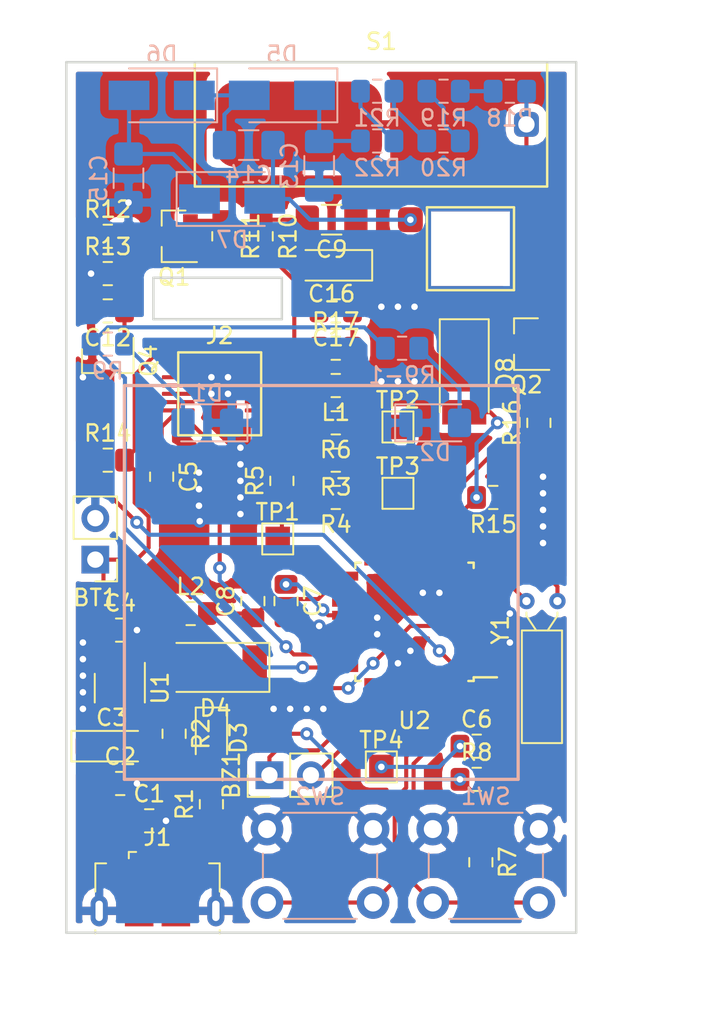
<source format=kicad_pcb>
(kicad_pcb (version 20171130) (host pcbnew 5.0.2-bee76a0~70~ubuntu18.04.1)
  (layers (0 F.Cu signal) (31 B.Cu signal) (34 B.Paste user) (35 F.Paste user) (36 B.SilkS user) (37 F.SilkS user) (38 B.Mask user) (39 F.Mask user) (44 Edge.Cuts user))
  (net 0 "")
  (net 1 "Net-(Q1-Pad1)")
  (net 2 "Net-(Q1-Pad3)")
  (net 3 "Net-(U2-Pad2)")
  (net 4 "Net-(U2-Pad7)")
  (net 5 "Net-(U2-Pad8)")
  (net 6 "Net-(U2-Pad10)")
  (net 7 "Net-(U2-Pad11)")
  (net 8 "Net-(U2-Pad13)")
  (net 9 "Net-(U2-Pad19)")
  (net 10 "Net-(U2-Pad22)")
  (net 11 "Net-(U2-Pad27)")
  (net 12 "Net-(U2-Pad28)")
  (net 13 "Net-(U2-Pad30)")
  (net 14 "Net-(D1-Pad2)")
  (net 15 "Net-(J1-Pad2)")
  (net 16 "Net-(J1-Pad4)")
  (net 17 "Net-(J1-Pad3)")
  (net 18 "Net-(C14-Pad2)")
  (net 19 "Net-(D8-Pad1)")
  (net 20 "Net-(C6-Pad1)")
  (net 21 "Net-(R5-Pad1)")
  (net 22 "Net-(R4-Pad1)")
  (net 23 "Net-(R6-Pad1)")
  (net 24 "Net-(C9-Pad1)")
  (net 25 GNDD)
  (net 26 VCC)
  (net 27 Sensor)
  (net 28 LCD_BK)
  (net 29 "Net-(D2-Pad2)")
  (net 30 "Net-(R21-Pad1)")
  (net 31 "Net-(C13-Pad1)")
  (net 32 "Net-(R20-Pad1)")
  (net 33 "Net-(R19-Pad1)")
  (net 34 "Net-(R18-Pad1)")
  (net 35 "Net-(L1-Pad1)")
  (net 36 "Net-(C16-Pad1)")
  (net 37 "Net-(C12-Pad1)")
  (net 38 "Net-(R2-Pad1)")
  (net 39 "Net-(D3-Pad2)")
  (net 40 "Net-(C1-Pad1)")
  (net 41 LCD_SDA)
  (net 42 HV_Detect)
  (net 43 Pump)
  (net 44 LCD_SCLK)
  (net 45 LCD_RST)
  (net 46 "Net-(C9-Pad2)")
  (net 47 LCD_CS)
  (net 48 "Net-(R3-Pad1)")
  (net 49 "Net-(D3-Pad1)")
  (net 50 "Net-(D4-Pad1)")
  (net 51 "Net-(C8-Pad1)")
  (net 52 "Net-(C7-Pad1)")
  (net 53 LCD_VCC)
  (net 54 "Net-(BZ1-Pad1)")
  (net 55 "Net-(BZ1-Pad2)")
  (net 56 "Net-(SW2-Pad2)")
  (net 57 "Net-(C15-Pad1)")
  (net 58 "Net-(C14-Pad1)")
  (net 59 "Net-(J2-Pad6)")
  (net 60 "Net-(J2-Pad7)")
  (net 61 "Net-(J2-Pad8)")
  (net 62 "Net-(R7-Pad2)")
  (module Sensors_Radiation:LCD2600 (layer F.Cu) (at 123.698 92.456)
    (fp_text reference J2 (at 0 0.5) (layer F.SilkS))
    (fp_text value "Nokia 2660/2760 mini")
    (pad 1 smd roundrect (at 2.54 5.08) (size 2 0.25) (layers F.Cu F.Paste F.Mask) (net 44 LCD_SCLK))
    (pad 2 smd roundrect (at 2.54 4.572) (size 2 0.25) (layers F.Cu F.Paste F.Mask) (net 41 LCD_SDA))
    (pad 3 smd roundrect (at 2.54 4.064) (size 2 0.25) (layers F.Cu F.Paste F.Mask) (net 25 GNDD))
    (pad 4 smd roundrect (at 2.54 3.556) (size 2 0.25) (layers F.Cu F.Paste F.Mask) (net 47 LCD_CS))
    (pad 5 smd roundrect (at 2.54 3.048) (size 2 0.25) (layers F.Cu F.Paste F.Mask) (net 45 LCD_RST))
    (pad 6 smd roundrect (at -2.54 3.048) (size 2 0.25) (layers F.Cu F.Paste F.Mask) (net 59 "Net-(J2-Pad6)"))
    (pad 7 smd roundrect (at -2.54 3.556) (size 2 0.25) (layers F.Cu F.Paste F.Mask) (net 60 "Net-(J2-Pad7)"))
    (pad 8 smd roundrect (at -2.54 4.064) (size 2 0.25) (layers F.Cu F.Paste F.Mask) (net 61 "Net-(J2-Pad8)"))
    (pad 9 smd roundrect (at -2.54 4.572) (size 2 0.25) (layers F.Cu F.Paste F.Mask) (net 53 LCD_VCC))
    (pad 10 smd roundrect (at -2.54 5.08) (size 2 0.25) (layers F.Cu F.Paste F.Mask) (net 53 LCD_VCC))
  )
  (module Diode_SMD:D_SMA (layer B.Cu) (at 127.508 78.232 180)
    (fp_text reference D5 (at 0 2.5 180) (layer B.SilkS) (effects (justify mirror)))
    (fp_text value US1M)
    (pad 1 smd rect (at -2 0 180) (size 2.5 1.8) (layers B.Cu B.Paste B.Mask) (net 31 "Net-(C13-Pad1)"))
    (pad 2 smd rect (at 2 0 180) (size 2.5 1.8) (layers B.Cu B.Paste B.Mask) (net 58 "Net-(C14-Pad1)"))
  )
  (module Diode_SMD:D_SMA (layer B.Cu) (at 120.142 78.232 180)
    (fp_text reference D6 (at 0 2.5 180) (layer B.SilkS) (effects (justify mirror)))
    (fp_text value US1M)
    (pad 2 smd rect (at 2 0 180) (size 2.5 1.8) (layers B.Cu B.Paste B.Mask) (net 57 "Net-(C15-Pad1)"))
    (pad 1 smd rect (at -2 0 180) (size 2.5 1.8) (layers B.Cu B.Paste B.Mask) (net 58 "Net-(C14-Pad1)"))
  )
  (module Diode_SMD:D_SMA (layer B.Cu) (at 124.46 84.582)
    (fp_text reference D7 (at 0 2.5) (layer B.SilkS) (effects (justify mirror)))
    (fp_text value US1M)
    (pad 1 smd rect (at -2 0) (size 2.5 1.8) (layers B.Cu B.Paste B.Mask) (net 57 "Net-(C15-Pad1)"))
    (pad 2 smd rect (at 2 0) (size 2.5 1.8) (layers B.Cu B.Paste B.Mask) (net 18 "Net-(C14-Pad2)"))
  )
  (module Capacitor_SMD:C_1206_3216Metric_Pad1.42x1.75mm_HandSolder (layer B.Cu) (at 125.476 81.28)
    (fp_text reference C14 (at 0 1.82) (layer B.SilkS) (effects (justify mirror)))
    (fp_text value "100nF 600V")
    (pad 1 smd roundrect (at -1.4875 0) (size 1.425 1.75) (layers B.Cu B.Paste B.Mask) (roundrect_rratio 0.175439) (net 58 "Net-(C14-Pad1)"))
    (pad 2 smd roundrect (at 1.4875 0) (size 1.425 1.75) (layers B.Cu B.Paste B.Mask) (roundrect_rratio 0.175439) (net 18 "Net-(C14-Pad2)"))
  )
  (module Capacitor_SMD:C_1206_3216Metric_Pad1.42x1.75mm_HandSolder (layer B.Cu) (at 129.794 82.55 270)
    (fp_text reference C13 (at 0 1.82 270) (layer B.SilkS) (effects (justify mirror)))
    (fp_text value "100nF 600V")
    (pad 2 smd roundrect (at 1.4875 0 270) (size 1.425 1.75) (layers B.Cu B.Paste B.Mask) (roundrect_rratio 0.175439) (net 25 GNDD))
    (pad 1 smd roundrect (at -1.4875 0 270) (size 1.425 1.75) (layers B.Cu B.Paste B.Mask) (roundrect_rratio 0.175439) (net 31 "Net-(C13-Pad1)"))
  )
  (module Capacitor_SMD:C_1206_3216Metric_Pad1.42x1.75mm_HandSolder (layer B.Cu) (at 118.11 83.312 270)
    (fp_text reference C15 (at 0 1.82 270) (layer B.SilkS) (effects (justify mirror)))
    (fp_text value "100nF 600V")
    (pad 1 smd roundrect (at -1.4875 0 270) (size 1.425 1.75) (layers B.Cu B.Paste B.Mask) (roundrect_rratio 0.175439) (net 57 "Net-(C15-Pad1)"))
    (pad 2 smd roundrect (at 1.4875 0 270) (size 1.425 1.75) (layers B.Cu B.Paste B.Mask) (roundrect_rratio 0.175439) (net 25 GNDD))
  )
  (module Diode_SMD:D_MELF (layer F.Cu) (at 138.684 95.25 270)
    (fp_text reference D8 (at 0 -2.5 270) (layer F.SilkS))
    (fp_text value "18v (BZV55C18)")
    (pad 1 smd rect (at -2.4 0 270) (size 1.5 2.7) (layers F.Cu F.Paste F.Mask) (net 19 "Net-(D8-Pad1)"))
    (pad 2 smd rect (at 2.4 0 270) (size 1.5 2.7) (layers F.Cu F.Paste F.Mask) (net 42 HV_Detect))
  )
  (module Sensors_Radiation:CEEH54 (layer F.Cu) (at 138.43 82.55)
    (fp_text reference TR1 hide)
    (fp_text value CEEH54 hide)
    (pad 4 smd roundrect (at 4.318 6.858) (size 1.524 1.524) (layers F.Cu F.Paste F.Mask) (net 19 "Net-(D8-Pad1)"))
    (pad 6 smd roundrect (at 4.318 3.302) (size 1.524 1.524) (layers F.Cu F.Paste F.Mask) (net 19 "Net-(D8-Pad1)"))
    (pad 3 smd roundrect (at -3.048 6.858) (size 1.524 1.524) (layers F.Cu F.Paste F.Mask) (net 36 "Net-(C16-Pad1)"))
    (pad 2 smd roundrect (at -3.048 5.08) (size 1.524 1) (layers F.Cu F.Paste F.Mask))
    (pad 1 smd roundrect (at -3.048 3.302) (size 1.524 1.524) (layers F.Cu F.Paste F.Mask) (net 18 "Net-(C14-Pad2)"))
  )
  (module Capacitor_SMD:C_0805_2012Metric_Pad1.15x1.40mm_HandSolder (layer F.Cu) (at 120.142 101.6 270)
    (fp_text reference C5 (at 0 -1.65 270) (layer F.SilkS))
    (fp_text value 100nF)
    (pad 2 smd roundrect (at 1.025 0 270) (size 1.15 1.4) (layers F.Cu F.Paste F.Mask) (roundrect_rratio 0.217391) (net 25 GNDD))
    (pad 1 smd roundrect (at -1.025 0 270) (size 1.15 1.4) (layers F.Cu F.Paste F.Mask) (roundrect_rratio 0.217391) (net 53 LCD_VCC))
  )
  (module Resistor_SMD:R_0805_2012Metric_Pad1.15x1.40mm_HandSolder (layer F.Cu) (at 139.446 120.142)
    (fp_text reference R8 (at 0 -1.65) (layer F.SilkS))
    (fp_text value 10k)
    (pad 2 smd roundrect (at 1.025 0) (size 1.15 1.4) (layers F.Cu F.Paste F.Mask) (roundrect_rratio 0.217391) (net 20 "Net-(C6-Pad1)"))
    (pad 1 smd roundrect (at -1.025 0) (size 1.15 1.4) (layers F.Cu F.Paste F.Mask) (roundrect_rratio 0.217391) (net 26 VCC))
  )
  (module LED_SMD:LED_1206_3216Metric_Pad1.42x1.75mm_HandSolder (layer B.Cu) (at 136.906 98.298)
    (fp_text reference D2 (at 0 1.82) (layer B.SilkS) (effects (justify mirror)))
    (fp_text value BKL)
    (pad 2 smd roundrect (at 1.4875 0) (size 1.425 1.75) (layers B.Cu B.Paste B.Mask) (roundrect_rratio 0.175439) (net 29 "Net-(D2-Pad2)"))
    (pad 1 smd roundrect (at -1.4875 0) (size 1.425 1.75) (layers B.Cu B.Paste B.Mask) (roundrect_rratio 0.175439) (net 25 GNDD))
  )
  (module LED_SMD:LED_1206_3216Metric_Pad1.42x1.75mm_HandSolder (layer B.Cu) (at 122.936 98.298 180)
    (fp_text reference D1 (at 0 1.82 180) (layer B.SilkS) (effects (justify mirror)))
    (fp_text value BKL)
    (pad 2 smd roundrect (at 1.4875 0 180) (size 1.425 1.75) (layers B.Cu B.Paste B.Mask) (roundrect_rratio 0.175439) (net 14 "Net-(D1-Pad2)"))
    (pad 1 smd roundrect (at -1.4875 0 180) (size 1.425 1.75) (layers B.Cu B.Paste B.Mask) (roundrect_rratio 0.175439) (net 25 GNDD))
  )
  (module Button_Switch_THT:SW_PUSH_6mm (layer B.Cu) (at 133.096 123.19 180)
    (fp_text reference SW2 (at 3.25 2 180) (layer B.SilkS) (effects (justify mirror)))
    (fp_text value "Button 2")
    (pad 1 thru_hole circle (at 6.5 0 90) (size 2 2) (drill 1.1) (layers *.Cu *.Mask) (net 25 GNDD))
    (pad 2 thru_hole circle (at 6.5 -4.5 90) (size 2 2) (drill 1.1) (layers *.Cu *.Mask) (net 56 "Net-(SW2-Pad2)"))
    (pad 1 thru_hole circle (at 0 0 90) (size 2 2) (drill 1.1) (layers *.Cu *.Mask) (net 25 GNDD))
    (pad 2 thru_hole circle (at 0 -4.5 90) (size 2 2) (drill 1.1) (layers *.Cu *.Mask) (net 56 "Net-(SW2-Pad2)"))
  )
  (module Button_Switch_THT:SW_PUSH_6mm (layer B.Cu) (at 143.256 123.19 180)
    (fp_text reference SW1 (at 3.25 2 180) (layer B.SilkS) (effects (justify mirror)))
    (fp_text value "Button 1")
    (pad 1 thru_hole circle (at 6.5 0 90) (size 2 2) (drill 1.1) (layers *.Cu *.Mask) (net 25 GNDD))
    (pad 2 thru_hole circle (at 6.5 -4.5 90) (size 2 2) (drill 1.1) (layers *.Cu *.Mask) (net 62 "Net-(R7-Pad2)"))
    (pad 1 thru_hole circle (at 0 0 90) (size 2 2) (drill 1.1) (layers *.Cu *.Mask) (net 25 GNDD))
    (pad 2 thru_hole circle (at 0 -4.5 90) (size 2 2) (drill 1.1) (layers *.Cu *.Mask) (net 62 "Net-(R7-Pad2)"))
  )
  (module Capacitor_SMD:C_0805_2012Metric_Pad1.15x1.40mm_HandSolder (layer F.Cu) (at 130.81 91.44 180)
    (fp_text reference C17 (at 0 -1.65 180) (layer F.SilkS))
    (fp_text value 100nF)
    (pad 2 smd roundrect (at 1.025 0 180) (size 1.15 1.4) (layers F.Cu F.Paste F.Mask) (roundrect_rratio 0.217391) (net 25 GNDD))
    (pad 1 smd roundrect (at -1.025 0 180) (size 1.15 1.4) (layers F.Cu F.Paste F.Mask) (roundrect_rratio 0.217391) (net 36 "Net-(C16-Pad1)"))
  )
  (module Capacitor_SMD:C_0805_2012Metric_Pad1.15x1.40mm_HandSolder (layer F.Cu) (at 119.38 122.682)
    (fp_text reference C1 (at 0 -1.65) (layer F.SilkS))
    (fp_text value 100nF)
    (pad 2 smd roundrect (at 1.025 0) (size 1.15 1.4) (layers F.Cu F.Paste F.Mask) (roundrect_rratio 0.217391) (net 25 GNDD))
    (pad 1 smd roundrect (at -1.025 0) (size 1.15 1.4) (layers F.Cu F.Paste F.Mask) (roundrect_rratio 0.217391) (net 40 "Net-(C1-Pad1)"))
  )
  (module Capacitor_SMD:C_0805_2012Metric_Pad1.15x1.40mm_HandSolder (layer F.Cu) (at 117.602 120.396)
    (fp_text reference C2 (at 0 -1.65) (layer F.SilkS))
    (fp_text value 1uF)
    (pad 2 smd roundrect (at 1.025 0) (size 1.15 1.4) (layers F.Cu F.Paste F.Mask) (roundrect_rratio 0.217391) (net 25 GNDD))
    (pad 1 smd roundrect (at -1.025 0) (size 1.15 1.4) (layers F.Cu F.Paste F.Mask) (roundrect_rratio 0.217391) (net 40 "Net-(C1-Pad1)"))
  )
  (module Capacitor_SMD:C_0805_2012Metric_Pad1.15x1.40mm_HandSolder (layer F.Cu) (at 117.602 110.998)
    (fp_text reference C4 (at 0 -1.65) (layer F.SilkS))
    (fp_text value 100nF)
    (pad 2 smd roundrect (at 1.025 0) (size 1.15 1.4) (layers F.Cu F.Paste F.Mask) (roundrect_rratio 0.217391) (net 25 GNDD))
    (pad 1 smd roundrect (at -1.025 0) (size 1.15 1.4) (layers F.Cu F.Paste F.Mask) (roundrect_rratio 0.217391) (net 26 VCC))
  )
  (module Capacitor_SMD:C_0805_2012Metric_Pad1.15x1.40mm_HandSolder (layer F.Cu) (at 139.446 118.11)
    (fp_text reference C6 (at 0 -1.65) (layer F.SilkS))
    (fp_text value 100nF)
    (pad 2 smd roundrect (at 1.025 0) (size 1.15 1.4) (layers F.Cu F.Paste F.Mask) (roundrect_rratio 0.217391) (net 25 GNDD))
    (pad 1 smd roundrect (at -1.025 0) (size 1.15 1.4) (layers F.Cu F.Paste F.Mask) (roundrect_rratio 0.217391) (net 20 "Net-(C6-Pad1)"))
  )
  (module Capacitor_SMD:C_0805_2012Metric_Pad1.15x1.40mm_HandSolder (layer F.Cu) (at 127.762 109.22 270)
    (fp_text reference C7 (at 0 -1.65 270) (layer F.SilkS))
    (fp_text value 100nF)
    (pad 2 smd roundrect (at 1.025 0 270) (size 1.15 1.4) (layers F.Cu F.Paste F.Mask) (roundrect_rratio 0.217391) (net 25 GNDD))
    (pad 1 smd roundrect (at -1.025 0 270) (size 1.15 1.4) (layers F.Cu F.Paste F.Mask) (roundrect_rratio 0.217391) (net 52 "Net-(C7-Pad1)"))
  )
  (module Capacitor_SMD:C_0805_2012Metric_Pad1.15x1.40mm_HandSolder (layer F.Cu) (at 125.73 109.22 90)
    (fp_text reference C8 (at 0 -1.65 90) (layer F.SilkS))
    (fp_text value 100nF)
    (pad 2 smd roundrect (at 1.025 0 90) (size 1.15 1.4) (layers F.Cu F.Paste F.Mask) (roundrect_rratio 0.217391) (net 25 GNDD))
    (pad 1 smd roundrect (at -1.025 0 90) (size 1.15 1.4) (layers F.Cu F.Paste F.Mask) (roundrect_rratio 0.217391) (net 51 "Net-(C8-Pad1)"))
  )
  (module Capacitor_SMD:C_0805_2012Metric_Pad1.15x1.40mm_HandSolder (layer F.Cu) (at 116.84 91.44 180)
    (fp_text reference C12 (at 0 -1.65 180) (layer F.SilkS))
    (fp_text value 220pF)
    (pad 2 smd roundrect (at 1.025 0 180) (size 1.15 1.4) (layers F.Cu F.Paste F.Mask) (roundrect_rratio 0.217391) (net 25 GNDD))
    (pad 1 smd roundrect (at -1.025 0 180) (size 1.15 1.4) (layers F.Cu F.Paste F.Mask) (roundrect_rratio 0.217391) (net 37 "Net-(C12-Pad1)"))
  )
  (module Capacitor_SMD:C_1206_3216Metric_Pad1.42x1.75mm_HandSolder (layer F.Cu) (at 130.556 85.852 180)
    (fp_text reference C9 (at 0 -1.82 180) (layer F.SilkS))
    (fp_text value "10pF 1000V (C17UL100J-7ZN-X1T)")
    (pad 2 smd roundrect (at 1.4875 0 180) (size 1.425 1.75) (layers F.Cu F.Paste F.Mask) (roundrect_rratio 0.175439) (net 46 "Net-(C9-Pad2)"))
    (pad 1 smd roundrect (at -1.4875 0 180) (size 1.425 1.75) (layers F.Cu F.Paste F.Mask) (roundrect_rratio 0.175439) (net 24 "Net-(C9-Pad1)"))
  )
  (module Capacitor_Tantalum_SMD:CP_EIA-3216-18_Kemet-A_Pad1.58x1.35mm_HandSolder (layer F.Cu) (at 117.094 118.11)
    (fp_text reference C3 (at 0 -1.75) (layer F.SilkS))
    (fp_text value 10uF)
    (pad 2 smd roundrect (at 1.4375 0) (size 1.575 1.35) (layers F.Cu F.Paste F.Mask) (roundrect_rratio 0.185185) (net 25 GNDD))
    (pad 1 smd roundrect (at -1.4375 0) (size 1.575 1.35) (layers F.Cu F.Paste F.Mask) (roundrect_rratio 0.185185) (net 40 "Net-(C1-Pad1)"))
  )
  (module Capacitor_Tantalum_SMD:CP_EIA-3216-18_Kemet-A_Pad1.58x1.35mm_HandSolder (layer F.Cu) (at 130.556 88.646 180)
    (fp_text reference C16 (at 0 -1.75 180) (layer F.SilkS))
    (fp_text value 47uF)
    (pad 2 smd roundrect (at 1.4375 0 180) (size 1.575 1.35) (layers F.Cu F.Paste F.Mask) (roundrect_rratio 0.185185) (net 25 GNDD))
    (pad 1 smd roundrect (at -1.4375 0 180) (size 1.575 1.35) (layers F.Cu F.Paste F.Mask) (roundrect_rratio 0.185185) (net 36 "Net-(C16-Pad1)"))
  )
  (module Connector_PinHeader_2.54mm:PinHeader_1x02_P2.54mm_Vertical (layer F.Cu) (at 126.746 119.888 90)
    (fp_text reference BZ1 (at 0 -2.33 90) (layer F.SilkS))
    (fp_text value Buzzer)
    (pad 2 thru_hole oval (at 0 2.54 90) (size 1.7 1.7) (drill 1) (layers *.Cu *.Mask) (net 55 "Net-(BZ1-Pad2)"))
    (pad 1 thru_hole rect (at 0 0 90) (size 1.7 1.7) (drill 1) (layers *.Cu *.Mask) (net 54 "Net-(BZ1-Pad1)"))
  )
  (module Connector_PinHeader_2.54mm:PinHeader_1x02_P2.54mm_Vertical (layer F.Cu) (at 116.078 106.68 180)
    (fp_text reference BT1 (at 0 -2.33 180) (layer F.SilkS))
    (fp_text value 3.7V)
    (pad 2 thru_hole oval (at 0 2.54 180) (size 1.7 1.7) (drill 1) (layers *.Cu *.Mask) (net 25 GNDD))
    (pad 1 thru_hole rect (at 0 0 180) (size 1.7 1.7) (drill 1) (layers *.Cu *.Mask) (net 26 VCC))
  )
  (module Diode_SMD:D_MELF (layer F.Cu) (at 123.444 113.284 180)
    (fp_text reference D4 (at 0 -2.5 180) (layer F.SilkS))
    (fp_text value 1N4148)
    (pad 2 smd rect (at 2.4 0 180) (size 1.5 2.7) (layers F.Cu F.Paste F.Mask) (net 26 VCC))
    (pad 1 smd rect (at -2.4 0 180) (size 1.5 2.7) (layers F.Cu F.Paste F.Mask) (net 50 "Net-(D4-Pad1)"))
  )
  (module Inductor_SMD:L_0805_2012Metric_Pad1.15x1.40mm_HandSolder (layer F.Cu) (at 130.81 96.012 180)
    (fp_text reference L1 (at 0 -1.65 180) (layer F.SilkS))
    (fp_text value 10uH)
    (pad 2 smd roundrect (at 1.025 0 180) (size 1.15 1.4) (layers F.Cu F.Paste F.Mask) (roundrect_rratio 0.217391) (net 26 VCC))
    (pad 1 smd roundrect (at -1.025 0 180) (size 1.15 1.4) (layers F.Cu F.Paste F.Mask) (roundrect_rratio 0.217391) (net 35 "Net-(L1-Pad1)"))
  )
  (module Inductor_SMD:L_0805_2012Metric_Pad1.15x1.40mm_HandSolder (layer F.Cu) (at 121.92 109.982)
    (fp_text reference L2 (at 0 -1.65) (layer F.SilkS))
    (fp_text value 10uH)
    (pad 2 smd roundrect (at 1.025 0) (size 1.15 1.4) (layers F.Cu F.Paste F.Mask) (roundrect_rratio 0.217391) (net 51 "Net-(C8-Pad1)"))
    (pad 1 smd roundrect (at -1.025 0) (size 1.15 1.4) (layers F.Cu F.Paste F.Mask) (roundrect_rratio 0.217391) (net 26 VCC))
  )
  (module LED_SMD:LED_0805_2012Metric_Pad1.15x1.40mm_HandSolder (layer F.Cu) (at 123.19 117.602 270)
    (fp_text reference D3 (at 0 -1.65 270) (layer F.SilkS))
    (fp_text value Charging)
    (pad 2 smd roundrect (at 1.025 0 270) (size 1.15 1.4) (layers F.Cu F.Paste F.Mask) (roundrect_rratio 0.217391) (net 39 "Net-(D3-Pad2)"))
    (pad 1 smd roundrect (at -1.025 0 270) (size 1.15 1.4) (layers F.Cu F.Paste F.Mask) (roundrect_rratio 0.217391) (net 49 "Net-(D3-Pad1)"))
  )
  (module Package_TO_SOT_SMD:SOT-23 (layer F.Cu) (at 116.84 94.488 270)
    (fp_text reference Q4 (at 0 -2.5 270) (layer F.SilkS))
    (fp_text value BC847)
    (pad 3 smd rect (at 1 0 270) (size 0.9 0.8) (layers F.Cu F.Paste F.Mask) (net 27 Sensor))
    (pad 2 smd rect (at -1 0.95 270) (size 0.9 0.8) (layers F.Cu F.Paste F.Mask) (net 25 GNDD))
    (pad 1 smd rect (at -1 -0.95 270) (size 0.9 0.8) (layers F.Cu F.Paste F.Mask) (net 37 "Net-(C12-Pad1)"))
  )
  (module Package_TO_SOT_SMD:SOT-23 (layer F.Cu) (at 142.494 93.472 180)
    (fp_text reference Q2 (at 0 -2.5 180) (layer F.SilkS))
    (fp_text value IRLML6344)
    (pad 3 smd rect (at 1 0 180) (size 0.9 0.8) (layers F.Cu F.Paste F.Mask) (net 19 "Net-(D8-Pad1)"))
    (pad 2 smd rect (at -1 0.95 180) (size 0.9 0.8) (layers F.Cu F.Paste F.Mask) (net 25 GNDD))
    (pad 1 smd rect (at -1 -0.95 180) (size 0.9 0.8) (layers F.Cu F.Paste F.Mask) (net 43 Pump))
  )
  (module Package_TO_SOT_SMD:SOT-23 (layer F.Cu) (at 120.904 86.868 180)
    (fp_text reference Q1 (at 0 -2.5 180) (layer F.SilkS))
    (fp_text value BC857)
    (pad 3 smd rect (at 1 0 180) (size 0.9 0.8) (layers F.Cu F.Paste F.Mask) (net 2 "Net-(Q1-Pad3)"))
    (pad 2 smd rect (at -1 0.95 180) (size 0.9 0.8) (layers F.Cu F.Paste F.Mask) (net 26 VCC))
    (pad 1 smd rect (at -1 -0.95 180) (size 0.9 0.8) (layers F.Cu F.Paste F.Mask) (net 1 "Net-(Q1-Pad1)"))
  )
  (module Resistor_SMD:R_0805_2012Metric_Pad1.15x1.40mm_HandSolder (layer F.Cu) (at 130.81 100.584 180)
    (fp_text reference R3 (at 0 -1.65 180) (layer F.SilkS))
    (fp_text value 4k7)
    (pad 2 smd roundrect (at 1.025 0 180) (size 1.15 1.4) (layers F.Cu F.Paste F.Mask) (roundrect_rratio 0.217391) (net 47 LCD_CS))
    (pad 1 smd roundrect (at -1.025 0 180) (size 1.15 1.4) (layers F.Cu F.Paste F.Mask) (roundrect_rratio 0.217391) (net 48 "Net-(R3-Pad1)"))
  )
  (module Resistor_SMD:R_0805_2012Metric_Pad1.15x1.40mm_HandSolder (layer F.Cu) (at 126.238 86.868 270)
    (fp_text reference R10 (at 0 -1.65 270) (layer F.SilkS))
    (fp_text value 1k5)
    (pad 2 smd roundrect (at 1.025 0 270) (size 1.15 1.4) (layers F.Cu F.Paste F.Mask) (roundrect_rratio 0.217391) (net 1 "Net-(Q1-Pad1)"))
    (pad 1 smd roundrect (at -1.025 0 270) (size 1.15 1.4) (layers F.Cu F.Paste F.Mask) (roundrect_rratio 0.217391) (net 46 "Net-(C9-Pad2)"))
  )
  (module Resistor_SMD:R_0805_2012Metric_Pad1.15x1.40mm_HandSolder (layer B.Cu) (at 116.84 93.472)
    (fp_text reference R9 (at 0 1.65) (layer B.SilkS) (effects (justify mirror)))
    (fp_text value 100)
    (pad 2 smd roundrect (at 1.025 0) (size 1.15 1.4) (layers B.Cu B.Paste B.Mask) (roundrect_rratio 0.217391) (net 14 "Net-(D1-Pad2)"))
    (pad 1 smd roundrect (at -1.025 0) (size 1.15 1.4) (layers B.Cu B.Paste B.Mask) (roundrect_rratio 0.217391) (net 28 LCD_BK))
  )
  (module Resistor_SMD:R_0805_2012Metric_Pad1.15x1.40mm_HandSolder (layer F.Cu) (at 139.7 125.222 270)
    (fp_text reference R7 (at 0 -1.65 270) (layer F.SilkS))
    (fp_text value 10k)
    (pad 2 smd roundrect (at 1.025 0 270) (size 1.15 1.4) (layers F.Cu F.Paste F.Mask) (roundrect_rratio 0.217391) (net 62 "Net-(R7-Pad2)"))
    (pad 1 smd roundrect (at -1.025 0 270) (size 1.15 1.4) (layers F.Cu F.Paste F.Mask) (roundrect_rratio 0.217391) (net 26 VCC))
  )
  (module Resistor_SMD:R_0805_2012Metric_Pad1.15x1.40mm_HandSolder (layer F.Cu) (at 130.81 98.298 180)
    (fp_text reference R6 (at 0 -1.65 180) (layer F.SilkS))
    (fp_text value 4k7)
    (pad 2 smd roundrect (at 1.025 0 180) (size 1.15 1.4) (layers F.Cu F.Paste F.Mask) (roundrect_rratio 0.217391) (net 45 LCD_RST))
    (pad 1 smd roundrect (at -1.025 0 180) (size 1.15 1.4) (layers F.Cu F.Paste F.Mask) (roundrect_rratio 0.217391) (net 23 "Net-(R6-Pad1)"))
  )
  (module Resistor_SMD:R_0805_2012Metric_Pad1.15x1.40mm_HandSolder (layer F.Cu) (at 127.508 101.854 90)
    (fp_text reference R5 (at 0 -1.65 90) (layer F.SilkS))
    (fp_text value 4k7)
    (pad 2 smd roundrect (at 1.025 0 90) (size 1.15 1.4) (layers F.Cu F.Paste F.Mask) (roundrect_rratio 0.217391) (net 44 LCD_SCLK))
    (pad 1 smd roundrect (at -1.025 0 90) (size 1.15 1.4) (layers F.Cu F.Paste F.Mask) (roundrect_rratio 0.217391) (net 21 "Net-(R5-Pad1)"))
  )
  (module Resistor_SMD:R_0805_2012Metric_Pad1.15x1.40mm_HandSolder (layer F.Cu) (at 143.256 98.298 90)
    (fp_text reference R16 (at 0 -1.65 90) (layer F.SilkS))
    (fp_text value 1M)
    (pad 2 smd roundrect (at 1.025 0 90) (size 1.15 1.4) (layers F.Cu F.Paste F.Mask) (roundrect_rratio 0.217391) (net 43 Pump))
    (pad 1 smd roundrect (at -1.025 0 90) (size 1.15 1.4) (layers F.Cu F.Paste F.Mask) (roundrect_rratio 0.217391) (net 25 GNDD))
  )
  (module Resistor_SMD:R_0805_2012Metric_Pad1.15x1.40mm_HandSolder (layer F.Cu) (at 140.462 102.87 180)
    (fp_text reference R15 (at 0 -1.65 180) (layer F.SilkS))
    (fp_text value 750)
    (pad 2 smd roundrect (at 1.025 0 180) (size 1.15 1.4) (layers F.Cu F.Paste F.Mask) (roundrect_rratio 0.217391) (net 42 HV_Detect))
    (pad 1 smd roundrect (at -1.025 0 180) (size 1.15 1.4) (layers F.Cu F.Paste F.Mask) (roundrect_rratio 0.217391) (net 25 GNDD))
  )
  (module Resistor_SMD:R_0805_2012Metric_Pad1.15x1.40mm_HandSolder (layer F.Cu) (at 130.81 102.87 180)
    (fp_text reference R4 (at 0 -1.65 180) (layer F.SilkS))
    (fp_text value 4k7)
    (pad 2 smd roundrect (at 1.025 0 180) (size 1.15 1.4) (layers F.Cu F.Paste F.Mask) (roundrect_rratio 0.217391) (net 41 LCD_SDA))
    (pad 1 smd roundrect (at -1.025 0 180) (size 1.15 1.4) (layers F.Cu F.Paste F.Mask) (roundrect_rratio 0.217391) (net 22 "Net-(R4-Pad1)"))
  )
  (module Resistor_SMD:R_0805_2012Metric_Pad1.15x1.40mm_HandSolder (layer F.Cu) (at 116.84 89.154)
    (fp_text reference R13 (at 0 -1.65) (layer F.SilkS))
    (fp_text value 10k)
    (pad 2 smd roundrect (at 1.025 0) (size 1.15 1.4) (layers F.Cu F.Paste F.Mask) (roundrect_rratio 0.217391) (net 37 "Net-(C12-Pad1)"))
    (pad 1 smd roundrect (at -1.025 0) (size 1.15 1.4) (layers F.Cu F.Paste F.Mask) (roundrect_rratio 0.217391) (net 25 GNDD))
  )
  (module Resistor_SMD:R_0805_2012Metric_Pad1.15x1.40mm_HandSolder (layer F.Cu) (at 123.19 121.666 90)
    (fp_text reference R1 (at 0 -1.65 90) (layer F.SilkS))
    (fp_text value 300)
    (pad 2 smd roundrect (at 1.025 0 90) (size 1.15 1.4) (layers F.Cu F.Paste F.Mask) (roundrect_rratio 0.217391) (net 39 "Net-(D3-Pad2)"))
    (pad 1 smd roundrect (at -1.025 0 90) (size 1.15 1.4) (layers F.Cu F.Paste F.Mask) (roundrect_rratio 0.217391) (net 40 "Net-(C1-Pad1)"))
  )
  (module Resistor_SMD:R_0805_2012Metric_Pad1.15x1.40mm_HandSolder (layer F.Cu) (at 120.904 117.348 270)
    (fp_text reference R2 (at 0 -1.65 270) (layer F.SilkS))
    (fp_text value 2k*)
    (pad 2 smd roundrect (at 1.025 0 270) (size 1.15 1.4) (layers F.Cu F.Paste F.Mask) (roundrect_rratio 0.217391) (net 25 GNDD))
    (pad 1 smd roundrect (at -1.025 0 270) (size 1.15 1.4) (layers F.Cu F.Paste F.Mask) (roundrect_rratio 0.217391) (net 38 "Net-(R2-Pad1)"))
  )
  (module Resistor_SMD:R_0805_2012Metric_Pad1.15x1.40mm_HandSolder (layer F.Cu) (at 116.84 86.868)
    (fp_text reference R12 (at 0 -1.65) (layer F.SilkS))
    (fp_text value 10k)
    (pad 2 smd roundrect (at 1.025 0) (size 1.15 1.4) (layers F.Cu F.Paste F.Mask) (roundrect_rratio 0.217391) (net 2 "Net-(Q1-Pad3)"))
    (pad 1 smd roundrect (at -1.025 0) (size 1.15 1.4) (layers F.Cu F.Paste F.Mask) (roundrect_rratio 0.217391) (net 37 "Net-(C12-Pad1)"))
  )
  (module Resistor_SMD:R_0805_2012Metric_Pad1.15x1.40mm_HandSolder (layer F.Cu) (at 130.81 93.726)
    (fp_text reference R17 (at 0 -1.65) (layer F.SilkS))
    (fp_text value 20)
    (pad 2 smd roundrect (at 1.025 0) (size 1.15 1.4) (layers F.Cu F.Paste F.Mask) (roundrect_rratio 0.217391) (net 36 "Net-(C16-Pad1)"))
    (pad 1 smd roundrect (at -1.025 0) (size 1.15 1.4) (layers F.Cu F.Paste F.Mask) (roundrect_rratio 0.217391) (net 35 "Net-(L1-Pad1)"))
  )
  (module Resistor_SMD:R_0805_2012Metric_Pad1.15x1.40mm_HandSolder (layer B.Cu) (at 141.478 77.978)
    (fp_text reference R18 (at 0 1.65) (layer B.SilkS) (effects (justify mirror)))
    (fp_text value 1M)
    (pad 2 smd roundrect (at 1.025 0) (size 1.15 1.4) (layers B.Cu B.Paste B.Mask) (roundrect_rratio 0.217391) (net 24 "Net-(C9-Pad1)"))
    (pad 1 smd roundrect (at -1.025 0) (size 1.15 1.4) (layers B.Cu B.Paste B.Mask) (roundrect_rratio 0.217391) (net 34 "Net-(R18-Pad1)"))
  )
  (module Resistor_SMD:R_0805_2012Metric_Pad1.15x1.40mm_HandSolder (layer B.Cu) (at 137.414 77.978)
    (fp_text reference R19 (at 0 1.65) (layer B.SilkS) (effects (justify mirror)))
    (fp_text value 1M)
    (pad 2 smd roundrect (at 1.025 0) (size 1.15 1.4) (layers B.Cu B.Paste B.Mask) (roundrect_rratio 0.217391) (net 34 "Net-(R18-Pad1)"))
    (pad 1 smd roundrect (at -1.025 0) (size 1.15 1.4) (layers B.Cu B.Paste B.Mask) (roundrect_rratio 0.217391) (net 33 "Net-(R19-Pad1)"))
  )
  (module Resistor_SMD:R_0805_2012Metric_Pad1.15x1.40mm_HandSolder (layer B.Cu) (at 137.414 81.026)
    (fp_text reference R20 (at 0 1.65) (layer B.SilkS) (effects (justify mirror)))
    (fp_text value 1M)
    (pad 2 smd roundrect (at 1.025 0) (size 1.15 1.4) (layers B.Cu B.Paste B.Mask) (roundrect_rratio 0.217391) (net 33 "Net-(R19-Pad1)"))
    (pad 1 smd roundrect (at -1.025 0) (size 1.15 1.4) (layers B.Cu B.Paste B.Mask) (roundrect_rratio 0.217391) (net 32 "Net-(R20-Pad1)"))
  )
  (module Resistor_SMD:R_0805_2012Metric_Pad1.15x1.40mm_HandSolder (layer B.Cu) (at 133.35 77.978)
    (fp_text reference R21 (at 0 1.65) (layer B.SilkS) (effects (justify mirror)))
    (fp_text value 2M)
    (pad 2 smd roundrect (at 1.025 0) (size 1.15 1.4) (layers B.Cu B.Paste B.Mask) (roundrect_rratio 0.217391) (net 32 "Net-(R20-Pad1)"))
    (pad 1 smd roundrect (at -1.025 0) (size 1.15 1.4) (layers B.Cu B.Paste B.Mask) (roundrect_rratio 0.217391) (net 30 "Net-(R21-Pad1)"))
  )
  (module Resistor_SMD:R_0805_2012Metric_Pad1.15x1.40mm_HandSolder (layer B.Cu) (at 133.35 81.026)
    (fp_text reference R22 (at 0 1.65) (layer B.SilkS) (effects (justify mirror)))
    (fp_text value 2M)
    (pad 2 smd roundrect (at 1.025 0) (size 1.15 1.4) (layers B.Cu B.Paste B.Mask) (roundrect_rratio 0.217391) (net 30 "Net-(R21-Pad1)"))
    (pad 1 smd roundrect (at -1.025 0) (size 1.15 1.4) (layers B.Cu B.Paste B.Mask) (roundrect_rratio 0.217391) (net 31 "Net-(C13-Pad1)"))
  )
  (module Resistor_SMD:R_0805_2012Metric_Pad1.15x1.40mm_HandSolder (layer B.Cu) (at 134.874 93.726)
    (fp_text reference R9-1 (at 0 1.65) (layer B.SilkS) (effects (justify mirror)))
    (fp_text value 100)
    (pad 2 smd roundrect (at 1.025 0) (size 1.15 1.4) (layers B.Cu B.Paste B.Mask) (roundrect_rratio 0.217391) (net 29 "Net-(D2-Pad2)"))
    (pad 1 smd roundrect (at -1.025 0) (size 1.15 1.4) (layers B.Cu B.Paste B.Mask) (roundrect_rratio 0.217391) (net 28 LCD_BK))
  )
  (module Resistor_SMD:R_0805_2012Metric_Pad1.15x1.40mm_HandSolder (layer F.Cu) (at 116.84 100.584)
    (fp_text reference R14 (at 0 -1.65) (layer F.SilkS))
    (fp_text value 10k)
    (pad 2 smd roundrect (at 1.025 0) (size 1.15 1.4) (layers F.Cu F.Paste F.Mask) (roundrect_rratio 0.217391) (net 26 VCC))
    (pad 1 smd roundrect (at -1.025 0) (size 1.15 1.4) (layers F.Cu F.Paste F.Mask) (roundrect_rratio 0.217391) (net 27 Sensor))
  )
  (module Resistor_SMD:R_0805_2012Metric_Pad1.15x1.40mm_HandSolder (layer F.Cu) (at 123.952 86.868 270)
    (fp_text reference R11 (at 0 -1.65 270) (layer F.SilkS))
    (fp_text value 10k)
    (pad 2 smd roundrect (at 1.025 0 270) (size 1.15 1.4) (layers F.Cu F.Paste F.Mask) (roundrect_rratio 0.217391) (net 1 "Net-(Q1-Pad1)"))
    (pad 1 smd roundrect (at -1.025 0 270) (size 1.15 1.4) (layers F.Cu F.Paste F.Mask) (roundrect_rratio 0.217391) (net 26 VCC))
  )
  (module TestPoint:TestPoint_Pad_1.5x1.5mm (layer F.Cu) (at 134.62 98.552)
    (fp_text reference TP2 (at 0 -1.648) (layer F.SilkS))
    (fp_text value PROG_MISO)
    (pad 1 smd rect (at 0 0) (size 1.5 1.5) (layers F.Cu F.Mask) (net 23 "Net-(R6-Pad1)"))
  )
  (module TestPoint:TestPoint_Pad_1.5x1.5mm (layer F.Cu) (at 134.62 102.616)
    (fp_text reference TP3 (at 0 -1.648) (layer F.SilkS))
    (fp_text value PROG_MOSI)
    (pad 1 smd rect (at 0 0) (size 1.5 1.5) (layers F.Cu F.Mask) (net 22 "Net-(R4-Pad1)"))
  )
  (module TestPoint:TestPoint_Pad_1.5x1.5mm (layer F.Cu) (at 127.254 105.41)
    (fp_text reference TP1 (at 0 -1.648) (layer F.SilkS))
    (fp_text value PROG_SCK)
    (pad 1 smd rect (at 0 0) (size 1.5 1.5) (layers F.Cu F.Mask) (net 21 "Net-(R5-Pad1)"))
  )
  (module TestPoint:TestPoint_Pad_1.5x1.5mm (layer F.Cu) (at 133.604 119.38)
    (fp_text reference TP4 (at 0 -1.648) (layer F.SilkS))
    (fp_text value PROG_RST)
    (pad 1 smd rect (at 0 0) (size 1.5 1.5) (layers F.Cu F.Mask) (net 20 "Net-(C6-Pad1)"))
  )
  (module Connector_USB:USB_Micro-B_GCT_USB3076-30-A (layer F.Cu) (at 119.888 127)
    (fp_text reference J1 (at 0 -3.3) (layer F.SilkS))
    (fp_text value USB_B_Micro)
    (pad 6 smd rect (at -2.32 -1.03) (size 1.15 1.45) (layers F.Cu F.Paste F.Mask) (net 25 GNDD))
    (pad 6 smd rect (at 2.32 -1.03) (size 1.15 1.45) (layers F.Cu F.Paste F.Mask) (net 25 GNDD))
    (pad 6 thru_hole oval (at 3.575 1.2) (size 1.05 1.9) (drill oval 0.45 1.25) (layers *.Cu *.Mask) (net 25 GNDD))
    (pad 6 thru_hole oval (at -3.575 1.2 180) (size 1.05 1.9) (drill oval 0.45 1.25) (layers *.Cu *.Mask) (net 25 GNDD))
    (pad 6 smd rect (at -1.125 1.2) (size 1.75 1.9) (layers F.Cu F.Paste F.Mask) (net 25 GNDD))
    (pad 3 smd rect (at 0 -1.45) (size 0.4 1.4) (layers F.Cu F.Paste F.Mask) (net 17 "Net-(J1-Pad3)"))
    (pad 4 smd rect (at 0.65 -1.45) (size 0.4 1.4) (layers F.Cu F.Paste F.Mask) (net 16 "Net-(J1-Pad4)"))
    (pad 5 smd rect (at 1.3 -1.45) (size 0.4 1.4) (layers F.Cu F.Paste F.Mask) (net 25 GNDD))
    (pad 1 smd rect (at -1.3 -1.45) (size 0.4 1.4) (layers F.Cu F.Paste F.Mask) (net 40 "Net-(C1-Pad1)"))
    (pad 2 smd rect (at -0.65 -1.45) (size 0.4 1.4) (layers F.Cu F.Paste F.Mask) (net 15 "Net-(J1-Pad2)"))
    (pad 6 smd rect (at 1.125 1.2) (size 1.75 1.9) (layers F.Cu F.Paste F.Mask) (net 25 GNDD))
  )
  (module Crystal:Crystal_C26-LF_D2.1mm_L6.5mm_Horizontal (layer F.Cu) (at 142.494 109.22)
    (fp_text reference Y1 (at -1.6 1.75 90) (layer F.SilkS))
    (fp_text value "32.768 KHz")
    (pad 2 thru_hole circle (at 1.9 0) (size 1 1) (drill 0.5) (layers *.Cu *.Mask) (net 5 "Net-(U2-Pad8)"))
    (pad 1 thru_hole circle (at 0 0) (size 1 1) (drill 0.5) (layers *.Cu *.Mask) (net 4 "Net-(U2-Pad7)"))
  )
  (module Package_QFP:TQFP-32_7x7mm_P0.8mm (layer F.Cu) (at 135.636 110.49 180)
    (fp_text reference U2 (at 0 -6.05 180) (layer F.SilkS))
    (fp_text value ATmega88PA-AU)
    (pad 32 smd rect (at -2.8 -4.25 270) (size 1.6 0.55) (layers F.Cu F.Paste F.Mask) (net 62 "Net-(R7-Pad2)"))
    (pad 31 smd rect (at -2 -4.25 270) (size 1.6 0.55) (layers F.Cu F.Paste F.Mask) (net 56 "Net-(SW2-Pad2)"))
    (pad 30 smd rect (at -1.2 -4.25 270) (size 1.6 0.55) (layers F.Cu F.Paste F.Mask) (net 13 "Net-(U2-Pad30)"))
    (pad 29 smd rect (at -0.4 -4.25 270) (size 1.6 0.55) (layers F.Cu F.Paste F.Mask) (net 20 "Net-(C6-Pad1)"))
    (pad 28 smd rect (at 0.4 -4.25 270) (size 1.6 0.55) (layers F.Cu F.Paste F.Mask) (net 12 "Net-(U2-Pad28)"))
    (pad 27 smd rect (at 1.2 -4.25 270) (size 1.6 0.55) (layers F.Cu F.Paste F.Mask) (net 11 "Net-(U2-Pad27)"))
    (pad 26 smd rect (at 2 -4.25 270) (size 1.6 0.55) (layers F.Cu F.Paste F.Mask) (net 55 "Net-(BZ1-Pad2)"))
    (pad 25 smd rect (at 2.8 -4.25 270) (size 1.6 0.55) (layers F.Cu F.Paste F.Mask) (net 54 "Net-(BZ1-Pad1)"))
    (pad 24 smd rect (at 4.25 -2.8 180) (size 1.6 0.55) (layers F.Cu F.Paste F.Mask) (net 28 LCD_BK))
    (pad 23 smd rect (at 4.25 -2 180) (size 1.6 0.55) (layers F.Cu F.Paste F.Mask) (net 53 LCD_VCC))
    (pad 22 smd rect (at 4.25 -1.2 180) (size 1.6 0.55) (layers F.Cu F.Paste F.Mask) (net 10 "Net-(U2-Pad22)"))
    (pad 21 smd rect (at 4.25 -0.4 180) (size 1.6 0.55) (layers F.Cu F.Paste F.Mask) (net 25 GNDD))
    (pad 20 smd rect (at 4.25 0.4 180) (size 1.6 0.55) (layers F.Cu F.Paste F.Mask) (net 52 "Net-(C7-Pad1)"))
    (pad 19 smd rect (at 4.25 1.2 180) (size 1.6 0.55) (layers F.Cu F.Paste F.Mask) (net 9 "Net-(U2-Pad19)"))
    (pad 18 smd rect (at 4.25 2 180) (size 1.6 0.55) (layers F.Cu F.Paste F.Mask) (net 51 "Net-(C8-Pad1)"))
    (pad 17 smd rect (at 4.25 2.8 180) (size 1.6 0.55) (layers F.Cu F.Paste F.Mask) (net 21 "Net-(R5-Pad1)"))
    (pad 16 smd rect (at 2.8 4.25 270) (size 1.6 0.55) (layers F.Cu F.Paste F.Mask) (net 23 "Net-(R6-Pad1)"))
    (pad 15 smd rect (at 2 4.25 270) (size 1.6 0.55) (layers F.Cu F.Paste F.Mask) (net 22 "Net-(R4-Pad1)"))
    (pad 14 smd rect (at 1.2 4.25 270) (size 1.6 0.55) (layers F.Cu F.Paste F.Mask) (net 48 "Net-(R3-Pad1)"))
    (pad 13 smd rect (at 0.4 4.25 270) (size 1.6 0.55) (layers F.Cu F.Paste F.Mask) (net 8 "Net-(U2-Pad13)"))
    (pad 12 smd rect (at -0.4 4.25 270) (size 1.6 0.55) (layers F.Cu F.Paste F.Mask) (net 43 Pump))
    (pad 11 smd rect (at -1.2 4.25 270) (size 1.6 0.55) (layers F.Cu F.Paste F.Mask) (net 7 "Net-(U2-Pad11)"))
    (pad 10 smd rect (at -2 4.25 270) (size 1.6 0.55) (layers F.Cu F.Paste F.Mask) (net 6 "Net-(U2-Pad10)"))
    (pad 9 smd rect (at -2.8 4.25 270) (size 1.6 0.55) (layers F.Cu F.Paste F.Mask) (net 42 HV_Detect))
    (pad 8 smd rect (at -4.25 2.8 180) (size 1.6 0.55) (layers F.Cu F.Paste F.Mask) (net 5 "Net-(U2-Pad8)"))
    (pad 7 smd rect (at -4.25 2 180) (size 1.6 0.55) (layers F.Cu F.Paste F.Mask) (net 4 "Net-(U2-Pad7)"))
    (pad 6 smd rect (at -4.25 1.2 180) (size 1.6 0.55) (layers F.Cu F.Paste F.Mask) (net 50 "Net-(D4-Pad1)"))
    (pad 5 smd rect (at -4.25 0.4 180) (size 1.6 0.55) (layers F.Cu F.Paste F.Mask) (net 25 GNDD))
    (pad 4 smd rect (at -4.25 -0.4 180) (size 1.6 0.55) (layers F.Cu F.Paste F.Mask) (net 50 "Net-(D4-Pad1)"))
    (pad 3 smd rect (at -4.25 -1.2 180) (size 1.6 0.55) (layers F.Cu F.Paste F.Mask) (net 25 GNDD))
    (pad 2 smd rect (at -4.25 -2 180) (size 1.6 0.55) (layers F.Cu F.Paste F.Mask) (net 3 "Net-(U2-Pad2)"))
    (pad 1 smd rect (at -4.25 -2.8 180) (size 1.6 0.55) (layers F.Cu F.Paste F.Mask) (net 27 Sensor))
  )
  (module Package_TO_SOT_SMD:TSOT-23-5 (layer F.Cu) (at 117.602 114.554 270)
    (fp_text reference U1 (at 0 -2.45 270) (layer F.SilkS))
    (fp_text value LTC4054ES5-4.2)
    (pad 5 smd rect (at 1.31 -0.95 270) (size 1.22 0.65) (layers F.Cu F.Paste F.Mask) (net 38 "Net-(R2-Pad1)"))
    (pad 4 smd rect (at 1.31 0.95 270) (size 1.22 0.65) (layers F.Cu F.Paste F.Mask) (net 40 "Net-(C1-Pad1)"))
    (pad 3 smd rect (at -1.31 0.95 270) (size 1.22 0.65) (layers F.Cu F.Paste F.Mask) (net 26 VCC))
    (pad 2 smd rect (at -1.31 0 270) (size 1.22 0.65) (layers F.Cu F.Paste F.Mask) (net 25 GNDD))
    (pad 1 smd rect (at -1.31 -0.95 270) (size 1.22 0.65) (layers F.Cu F.Paste F.Mask) (net 49 "Net-(D3-Pad1)"))
  )
  (module Sensors_Radiation:SBM-21 (layer F.Cu) (at 132.334 80.01)
    (fp_text reference S1 (at 1.27 -5.08) (layer F.SilkS))
    (fp_text value "SBM-21 (SMB-10)")
    (pad 1 smd roundrect (at -3.81 0) (size 10.24 5.24) (layers F.Cu F.Paste F.Mask) (net 25 GNDD))
    (pad 2 thru_hole roundrect (at 10.16 0) (size 1.524 1.524) (drill 1) (layers *.Cu *.Mask) (net 24 "Net-(C9-Pad1)"))
  )
  (gr_line (start 117.856 120.142) (end 117.856 96.012) (layer B.SilkS) (width 0.2))
  (gr_line (start 141.986 120.142) (end 117.856 120.142) (layer B.SilkS) (width 0.2))
  (gr_line (start 141.986 96.012) (end 141.986 120.142) (layer B.SilkS) (width 0.2))
  (gr_line (start 117.856 96.012) (end 141.986 96.012) (layer B.SilkS) (width 0.2))
  (gr_line (start 119.634 91.948) (end 119.634 89.408) (layer Edge.Cuts) (width 0.15))
  (gr_line (start 127.508 91.948) (end 119.634 91.948) (layer Edge.Cuts) (width 0.15))
  (gr_line (start 127.508 89.408) (end 127.508 91.948) (layer Edge.Cuts) (width 0.15))
  (gr_line (start 119.634 89.408) (end 127.508 89.408) (layer Edge.Cuts) (width 0.15))
  (gr_line (start 114.3 129.54) (end 114.3 76.2) (layer Edge.Cuts) (width 0.15))
  (gr_line (start 145.542 129.54) (end 114.3 129.54) (layer Edge.Cuts) (width 0.15))
  (gr_line (start 145.542 76.2) (end 145.542 129.54) (layer Edge.Cuts) (width 0.15))
  (gr_line (start 114.3 76.2) (end 145.542 76.2) (layer Edge.Cuts) (width 0.15))
  (segment (start 126.238 87.893) (end 123.952 87.893) (width 0.25) (layer F.Cu) (net 1))
  (segment (start 121.979 87.893) (end 121.904 87.818) (width 0.25) (layer F.Cu) (net 1))
  (segment (start 123.952 87.893) (end 121.979 87.893) (width 0.25) (layer F.Cu) (net 1))
  (segment (start 119.904 86.868) (end 117.865 86.868) (width 0.25) (layer F.Cu) (net 2))
  (segment (start 141.764 108.49) (end 142.494 109.22) (width 0.25) (layer F.Cu) (net 4))
  (segment (start 139.886 108.49) (end 141.764 108.49) (width 0.25) (layer F.Cu) (net 4))
  (segment (start 139.886 107.69) (end 143.758 107.69) (width 0.25) (layer F.Cu) (net 5))
  (segment (start 144.394 108.326) (end 144.394 109.22) (width 0.25) (layer F.Cu) (net 5))
  (segment (start 143.758 107.69) (end 144.394 108.326) (width 0.25) (layer F.Cu) (net 5))
  (segment (start 121.4485 97.0555) (end 117.865 93.472) (width 0.25) (layer B.Cu) (net 14))
  (segment (start 121.4485 98.298) (end 121.4485 97.0555) (width 0.25) (layer B.Cu) (net 14))
  (segment (start 126.9635 84.0785) (end 126.46 84.582) (width 0.25) (layer B.Cu) (net 18))
  (segment (start 126.9635 81.28) (end 126.9635 84.0785) (width 0.25) (layer B.Cu) (net 18))
  (segment (start 129.23 85.852) (end 135.382 85.852) (width 0.25) (layer B.Cu) (net 18))
  (segment (start 127.96 84.582) (end 129.23 85.852) (width 0.25) (layer B.Cu) (net 18))
  (via (at 135.382 85.852) (size 0.8) (drill 0.4) (layers F.Cu B.Cu) (net 18))
  (segment (start 126.46 84.582) (end 127.96 84.582) (width 0.25) (layer B.Cu) (net 18))
  (segment (start 142.748 85.852) (end 142.748 89.408) (width 0.25) (layer F.Cu) (net 19))
  (segment (start 141.494 90.662) (end 142.748 89.408) (width 0.25) (layer F.Cu) (net 19))
  (segment (start 141.38 92.85) (end 141.494 92.964) (width 0.25) (layer F.Cu) (net 19))
  (segment (start 138.684 92.85) (end 141.38 92.85) (width 0.25) (layer F.Cu) (net 19))
  (segment (start 141.494 93.472) (end 141.494 92.964) (width 0.25) (layer F.Cu) (net 19))
  (segment (start 141.494 92.964) (end 141.494 90.662) (width 0.25) (layer F.Cu) (net 19))
  (segment (start 136.036 116.948) (end 133.604 119.38) (width 0.25) (layer F.Cu) (net 20))
  (segment (start 136.036 114.74) (end 136.036 116.948) (width 0.25) (layer F.Cu) (net 20))
  (via (at 133.604 119.38) (size 0.8) (drill 0.4) (layers F.Cu B.Cu) (net 20))
  (via (at 138.421 118.11) (size 0.8) (drill 0.4) (layers F.Cu B.Cu) (net 20))
  (segment (start 133.604 119.38) (end 137.151 119.38) (width 0.25) (layer B.Cu) (net 20))
  (segment (start 137.151 119.38) (end 138.421 118.11) (width 0.25) (layer B.Cu) (net 20))
  (segment (start 140.453 120.142) (end 140.471 120.142) (width 0.25) (layer F.Cu) (net 20))
  (segment (start 138.421 118.11) (end 140.453 120.142) (width 0.25) (layer F.Cu) (net 20))
  (segment (start 127.508 105.156) (end 127.254 105.41) (width 0.25) (layer F.Cu) (net 21))
  (segment (start 127.508 102.879) (end 127.508 105.156) (width 0.25) (layer F.Cu) (net 21))
  (segment (start 129.534 107.69) (end 127.254 105.41) (width 0.25) (layer F.Cu) (net 21))
  (segment (start 131.386 107.69) (end 129.534 107.69) (width 0.25) (layer F.Cu) (net 21))
  (segment (start 134.366 102.87) (end 134.62 102.616) (width 0.25) (layer F.Cu) (net 22))
  (segment (start 131.835 102.87) (end 134.366 102.87) (width 0.25) (layer F.Cu) (net 22))
  (segment (start 133.636 103.6) (end 134.62 102.616) (width 0.25) (layer F.Cu) (net 22))
  (segment (start 133.636 106.24) (end 133.636 103.6) (width 0.25) (layer F.Cu) (net 22))
  (segment (start 134.366 98.298) (end 134.62 98.552) (width 0.25) (layer F.Cu) (net 23))
  (segment (start 131.835 98.298) (end 134.366 98.298) (width 0.25) (layer F.Cu) (net 23))
  (segment (start 131.211628 98.921372) (end 131.835 98.298) (width 0.25) (layer F.Cu) (net 23))
  (segment (start 130.93499 99.19801) (end 131.211628 98.921372) (width 0.25) (layer F.Cu) (net 23))
  (segment (start 132.311 106.24) (end 130.93499 104.86399) (width 0.25) (layer F.Cu) (net 23))
  (segment (start 130.93499 104.86399) (end 130.93499 99.19801) (width 0.25) (layer F.Cu) (net 23))
  (segment (start 132.836 106.24) (end 132.311 106.24) (width 0.25) (layer F.Cu) (net 23))
  (segment (start 132.0435 84.877) (end 133.8625 83.058) (width 0.25) (layer F.Cu) (net 24))
  (segment (start 132.0435 85.852) (end 132.0435 84.877) (width 0.25) (layer F.Cu) (net 24))
  (segment (start 133.8625 83.058) (end 141.478 83.058) (width 0.25) (layer F.Cu) (net 24))
  (segment (start 142.494 82.042) (end 142.494 80.01) (width 0.25) (layer F.Cu) (net 24))
  (segment (start 141.478 83.058) (end 142.494 82.042) (width 0.25) (layer F.Cu) (net 24))
  (segment (start 142.494 77.987) (end 142.503 77.978) (width 0.25) (layer B.Cu) (net 24))
  (segment (start 142.494 80.01) (end 142.494 77.987) (width 0.25) (layer B.Cu) (net 24))
  (via (at 129.794 110.744) (size 0.8) (drill 0.4) (layers F.Cu B.Cu) (net 25))
  (segment (start 131.386 110.89) (end 129.94 110.89) (width 0.25) (layer F.Cu) (net 25))
  (segment (start 129.94 110.89) (end 129.794 110.744) (width 0.25) (layer F.Cu) (net 25))
  (via (at 141.478 109.982) (size 0.8) (drill 0.4) (layers F.Cu B.Cu) (net 25))
  (segment (start 139.886 110.09) (end 141.37 110.09) (width 0.25) (layer F.Cu) (net 25))
  (segment (start 141.37 110.09) (end 141.478 109.982) (width 0.25) (layer F.Cu) (net 25))
  (via (at 141.478 111.76) (size 0.8) (drill 0.4) (layers F.Cu B.Cu) (net 25))
  (segment (start 139.886 111.69) (end 141.408 111.69) (width 0.25) (layer F.Cu) (net 25))
  (segment (start 141.408 111.69) (end 141.478 111.76) (width 0.25) (layer F.Cu) (net 25))
  (segment (start 121.788 125.55) (end 122.208 125.97) (width 0.25) (layer F.Cu) (net 25))
  (segment (start 121.188 125.55) (end 121.788 125.55) (width 0.25) (layer F.Cu) (net 25))
  (via (at 120.405 122.682) (size 0.8) (drill 0.4) (layers F.Cu B.Cu) (net 25))
  (via (at 118.627 120.396) (size 0.8) (drill 0.4) (layers F.Cu B.Cu) (net 25))
  (segment (start 117.602 112.023) (end 118.627 110.998) (width 0.25) (layer F.Cu) (net 25))
  (segment (start 117.602 113.244) (end 117.602 112.023) (width 0.25) (layer F.Cu) (net 25))
  (via (at 118.627 110.998) (size 0.8) (drill 0.4) (layers F.Cu B.Cu) (net 25))
  (via (at 118.11 84.7995) (size 0.8) (drill 0.4) (layers F.Cu B.Cu) (net 25))
  (via (at 115.815 89.154) (size 0.8) (drill 0.4) (layers F.Cu B.Cu) (net 25))
  (via (at 124.206 96.52) (size 0.8) (drill 0.4) (layers F.Cu B.Cu) (net 25))
  (segment (start 126.238 96.52) (end 124.206 96.52) (width 0.25) (layer F.Cu) (net 25))
  (segment (start 124.4235 98.298) (end 124.4235 99.2775) (width 0.25) (layer B.Cu) (net 25))
  (via (at 124.968 99.822) (size 0.8) (drill 0.4) (layers F.Cu B.Cu) (net 25))
  (segment (start 124.4235 99.2775) (end 124.968 99.822) (width 0.25) (layer B.Cu) (net 25))
  (via (at 122.428 101.345998) (size 0.8) (drill 0.4) (layers F.Cu B.Cu) (net 25))
  (via (at 122.428 102.362) (size 0.8) (drill 0.4) (layers F.Cu B.Cu) (net 25))
  (via (at 122.428 103.378) (size 0.8) (drill 0.4) (layers F.Cu B.Cu) (net 25))
  (via (at 133.35 110.236) (size 0.8) (drill 0.4) (layers F.Cu B.Cu) (net 25))
  (via (at 136.144 108.712) (size 0.8) (drill 0.4) (layers F.Cu B.Cu) (net 25))
  (via (at 135.382 112.268) (size 0.8) (drill 0.4) (layers F.Cu B.Cu) (net 25))
  (via (at 122.474706 104.32394) (size 0.8) (drill 0.4) (layers F.Cu B.Cu) (net 25))
  (via (at 115.316 95.504) (size 0.8) (drill 0.4) (layers F.Cu B.Cu) (net 25))
  (segment (start 115.89 93.488) (end 115.89 94.93) (width 0.25) (layer F.Cu) (net 25))
  (segment (start 115.89 94.93) (end 115.316 95.504) (width 0.25) (layer F.Cu) (net 25))
  (via (at 133.604 91.186) (size 0.8) (drill 0.4) (layers F.Cu B.Cu) (net 25))
  (via (at 134.62 91.186) (size 0.8) (drill 0.4) (layers F.Cu B.Cu) (net 25))
  (via (at 135.636 91.186) (size 0.8) (drill 0.4) (layers F.Cu B.Cu) (net 25))
  (via (at 134.62 95.758) (size 0.8) (drill 0.4) (layers F.Cu B.Cu) (net 25))
  (via (at 133.604 95.758) (size 0.8) (drill 0.4) (layers F.Cu B.Cu) (net 25))
  (via (at 135.636 95.758) (size 0.8) (drill 0.4) (layers F.Cu B.Cu) (net 25))
  (via (at 137.16 108.712) (size 0.8) (drill 0.4) (layers F.Cu B.Cu) (net 25))
  (via (at 133.35 111.252) (size 0.8) (drill 0.4) (layers F.Cu B.Cu) (net 25))
  (via (at 134.62 113.03) (size 0.8) (drill 0.4) (layers F.Cu B.Cu) (net 25))
  (via (at 115.316 115.824) (size 0.8) (drill 0.4) (layers F.Cu B.Cu) (net 25))
  (via (at 115.316 114.808) (size 0.8) (drill 0.4) (layers F.Cu B.Cu) (net 25))
  (via (at 115.316 113.792) (size 0.8) (drill 0.4) (layers F.Cu B.Cu) (net 25))
  (via (at 115.316 112.776) (size 0.8) (drill 0.4) (layers F.Cu B.Cu) (net 25))
  (via (at 115.316 111.76) (size 0.8) (drill 0.4) (layers F.Cu B.Cu) (net 25))
  (via (at 124.206 95.504) (size 0.8) (drill 0.4) (layers F.Cu B.Cu) (net 25))
  (via (at 123.19 95.504) (size 0.8) (drill 0.4) (layers F.Cu B.Cu) (net 25))
  (via (at 123.19 96.52) (size 0.8) (drill 0.4) (layers F.Cu B.Cu) (net 25))
  (via (at 124.968 100.838) (size 0.8) (drill 0.4) (layers F.Cu B.Cu) (net 25))
  (via (at 124.968 101.854) (size 0.8) (drill 0.4) (layers F.Cu B.Cu) (net 25))
  (via (at 124.968 102.87) (size 0.8) (drill 0.4) (layers F.Cu B.Cu) (net 25))
  (via (at 124.968 103.886) (size 0.8) (drill 0.4) (layers F.Cu B.Cu) (net 25))
  (via (at 143.51 101.6) (size 0.8) (drill 0.4) (layers F.Cu B.Cu) (net 25))
  (via (at 143.51 102.616) (size 0.8) (drill 0.4) (layers F.Cu B.Cu) (net 25))
  (via (at 143.51 103.632) (size 0.8) (drill 0.4) (layers F.Cu B.Cu) (net 25))
  (via (at 143.51 104.648) (size 0.8) (drill 0.4) (layers F.Cu B.Cu) (net 25))
  (via (at 143.51 105.664) (size 0.8) (drill 0.4) (layers F.Cu B.Cu) (net 25))
  (via (at 127 115.824) (size 0.8) (drill 0.4) (layers F.Cu B.Cu) (net 25))
  (via (at 128.016 115.824) (size 0.8) (drill 0.4) (layers F.Cu B.Cu) (net 25))
  (via (at 129.032 115.824) (size 0.8) (drill 0.4) (layers F.Cu B.Cu) (net 25))
  (via (at 130.048 115.824) (size 0.8) (drill 0.4) (layers F.Cu B.Cu) (net 25))
  (segment (start 123.877 85.918) (end 123.952 85.843) (width 0.25) (layer F.Cu) (net 26))
  (segment (start 121.904 85.918) (end 123.877 85.918) (width 0.25) (layer F.Cu) (net 26))
  (segment (start 139.7 121.421) (end 138.421 120.142) (width 0.25) (layer F.Cu) (net 26))
  (segment (start 139.7 124.197) (end 139.7 121.421) (width 0.25) (layer F.Cu) (net 26))
  (segment (start 121.044 110.131) (end 120.895 109.982) (width 0.25) (layer F.Cu) (net 26))
  (segment (start 121.044 113.284) (end 121.044 110.131) (width 0.25) (layer F.Cu) (net 26))
  (segment (start 116.652 111.073) (end 116.577 110.998) (width 0.25) (layer F.Cu) (net 26))
  (segment (start 116.652 113.244) (end 116.652 111.073) (width 0.25) (layer F.Cu) (net 26))
  (segment (start 116.577 107.179) (end 116.078 106.68) (width 0.25) (layer F.Cu) (net 26))
  (segment (start 116.577 110.998) (end 116.577 107.179) (width 0.25) (layer F.Cu) (net 26))
  (segment (start 116.078 106.68) (end 117.593 106.68) (width 0.25) (layer F.Cu) (net 26))
  (via (at 138.421 120.142) (size 0.8) (drill 0.4) (layers F.Cu B.Cu) (net 26))
  (via (at 129.032 117.348) (size 0.8) (drill 0.4) (layers F.Cu B.Cu) (net 26))
  (segment (start 138.421 120.142) (end 131.826 120.142) (width 0.25) (layer B.Cu) (net 26))
  (segment (start 131.826 120.142) (end 129.032 117.348) (width 0.25) (layer B.Cu) (net 26))
  (segment (start 122.044 113.284) (end 121.044 113.284) (width 0.25) (layer F.Cu) (net 26))
  (segment (start 122.936 113.284) (end 122.044 113.284) (width 0.25) (layer F.Cu) (net 26))
  (segment (start 127 117.348) (end 122.936 113.284) (width 0.25) (layer F.Cu) (net 26))
  (segment (start 129.032 117.348) (end 127 117.348) (width 0.25) (layer F.Cu) (net 26))
  (segment (start 124.42699 86.99299) (end 127.37899 86.99299) (width 0.25) (layer F.Cu) (net 26))
  (segment (start 123.952 85.843) (end 123.952 86.518) (width 0.25) (layer F.Cu) (net 26))
  (segment (start 123.952 86.518) (end 124.42699 86.99299) (width 0.25) (layer F.Cu) (net 26))
  (segment (start 127.37899 88.68218) (end 128.27 89.57319) (width 0.25) (layer F.Cu) (net 26))
  (segment (start 127.37899 86.99299) (end 127.37899 88.68218) (width 0.25) (layer F.Cu) (net 26))
  (segment (start 118.488372 99.960628) (end 118.488372 95.379628) (width 0.25) (layer F.Cu) (net 26))
  (segment (start 117.865 100.584) (end 118.488372 99.960628) (width 0.25) (layer F.Cu) (net 26))
  (segment (start 120.396 93.472) (end 128.27 93.472) (width 0.25) (layer F.Cu) (net 26))
  (segment (start 118.488372 95.379628) (end 120.396 93.472) (width 0.25) (layer F.Cu) (net 26))
  (segment (start 128.27 89.57319) (end 128.27 93.472) (width 0.25) (layer F.Cu) (net 26))
  (segment (start 119.343001 105.945999) (end 118.101 107.188) (width 0.25) (layer F.Cu) (net 26))
  (segment (start 119.343001 104.045999) (end 119.343001 105.945999) (width 0.25) (layer F.Cu) (net 26))
  (segment (start 118.488372 103.19137) (end 119.343001 104.045999) (width 0.25) (layer F.Cu) (net 26))
  (segment (start 118.488372 101.207372) (end 118.488372 103.19137) (width 0.25) (layer F.Cu) (net 26))
  (segment (start 117.865 100.584) (end 118.488372 101.207372) (width 0.25) (layer F.Cu) (net 26))
  (segment (start 118.101 107.188) (end 120.895 109.982) (width 0.25) (layer F.Cu) (net 26))
  (segment (start 117.593 106.68) (end 118.101 107.188) (width 0.25) (layer F.Cu) (net 26))
  (segment (start 128.27 93.79919) (end 128.27 93.472) (width 0.25) (layer F.Cu) (net 26))
  (segment (start 129.785 96.012) (end 128.27 94.497) (width 0.25) (layer F.Cu) (net 26))
  (segment (start 128.27 94.497) (end 128.27 93.79919) (width 0.25) (layer F.Cu) (net 26))
  (segment (start 116.71501 99.68399) (end 116.438372 99.960628) (width 0.25) (layer F.Cu) (net 27))
  (segment (start 116.71501 96.31299) (end 116.71501 99.68399) (width 0.25) (layer F.Cu) (net 27))
  (segment (start 116.438372 99.960628) (end 115.815 100.584) (width 0.25) (layer F.Cu) (net 27))
  (segment (start 116.84 96.188) (end 116.71501 96.31299) (width 0.25) (layer F.Cu) (net 27))
  (segment (start 116.84 95.488) (end 116.84 96.188) (width 0.25) (layer F.Cu) (net 27))
  (via (at 137.16 112.268) (size 0.8) (drill 0.4) (layers F.Cu B.Cu) (net 27))
  (segment (start 139.886 113.29) (end 138.182 113.29) (width 0.25) (layer F.Cu) (net 27))
  (segment (start 138.182 113.29) (end 137.16 112.268) (width 0.25) (layer F.Cu) (net 27))
  (segment (start 119.38 105.156) (end 119.017999 104.793999) (width 0.25) (layer B.Cu) (net 27))
  (segment (start 130.048 105.156) (end 119.38 105.156) (width 0.25) (layer B.Cu) (net 27))
  (segment (start 137.16 112.268) (end 130.048 105.156) (width 0.25) (layer B.Cu) (net 27))
  (segment (start 119.017999 104.793999) (end 118.618 104.394) (width 0.25) (layer B.Cu) (net 27))
  (via (at 118.618 104.394) (size 0.8) (drill 0.4) (layers F.Cu B.Cu) (net 27))
  (segment (start 115.815 100.584) (end 115.815 101.591) (width 0.25) (layer F.Cu) (net 27))
  (segment (start 115.815 101.591) (end 118.218001 103.994001) (width 0.25) (layer F.Cu) (net 27))
  (segment (start 118.218001 103.994001) (end 118.618 104.394) (width 0.25) (layer F.Cu) (net 27))
  (segment (start 133.225628 93.102628) (end 133.849 93.726) (width 0.25) (layer B.Cu) (net 28))
  (segment (start 116.84001 92.44699) (end 132.56999 92.44699) (width 0.25) (layer B.Cu) (net 28))
  (segment (start 132.56999 92.44699) (end 133.225628 93.102628) (width 0.25) (layer B.Cu) (net 28))
  (segment (start 115.815 93.472) (end 116.84001 92.44699) (width 0.25) (layer B.Cu) (net 28))
  (via (at 128.778 113.284) (size 0.8) (drill 0.4) (layers F.Cu B.Cu) (net 28))
  (segment (start 131.386 113.29) (end 128.784 113.29) (width 0.25) (layer F.Cu) (net 28))
  (segment (start 128.784 113.29) (end 128.778 113.284) (width 0.25) (layer F.Cu) (net 28))
  (segment (start 116.438372 94.095372) (end 115.815 93.472) (width 0.25) (layer B.Cu) (net 28))
  (segment (start 117.892999 95.549999) (end 116.438372 94.095372) (width 0.25) (layer B.Cu) (net 28))
  (segment (start 128.778 113.284) (end 126.434998 113.284) (width 0.25) (layer B.Cu) (net 28))
  (segment (start 117.892999 104.742001) (end 117.892999 95.549999) (width 0.25) (layer B.Cu) (net 28))
  (segment (start 126.434998 113.284) (end 117.892999 104.742001) (width 0.25) (layer B.Cu) (net 28))
  (segment (start 138.3935 96.2205) (end 135.899 93.726) (width 0.25) (layer B.Cu) (net 29))
  (segment (start 138.3935 98.298) (end 138.3935 96.2205) (width 0.25) (layer B.Cu) (net 29))
  (segment (start 132.325 78.976) (end 134.375 81.026) (width 0.25) (layer B.Cu) (net 30))
  (segment (start 132.325 77.978) (end 132.325 78.976) (width 0.25) (layer B.Cu) (net 30))
  (segment (start 129.8305 81.026) (end 129.794 81.0625) (width 0.25) (layer B.Cu) (net 31))
  (segment (start 132.325 81.026) (end 129.8305 81.026) (width 0.25) (layer B.Cu) (net 31))
  (segment (start 129.794 78.518) (end 129.508 78.232) (width 0.25) (layer B.Cu) (net 31))
  (segment (start 129.794 81.0625) (end 129.794 78.518) (width 0.25) (layer B.Cu) (net 31))
  (segment (start 134.375 79.012) (end 136.389 81.026) (width 0.25) (layer B.Cu) (net 32))
  (segment (start 134.375 77.978) (end 134.375 79.012) (width 0.25) (layer B.Cu) (net 32))
  (segment (start 136.389 77.978) (end 137.414 79.003) (width 0.25) (layer B.Cu) (net 33))
  (segment (start 137.414 80.001) (end 138.439 81.026) (width 0.25) (layer B.Cu) (net 33))
  (segment (start 137.414 79.003) (end 137.414 80.001) (width 0.25) (layer B.Cu) (net 33))
  (segment (start 140.453 77.978) (end 138.439 77.978) (width 0.25) (layer B.Cu) (net 34))
  (segment (start 131.835 95.776) (end 131.835 96.012) (width 0.25) (layer F.Cu) (net 35))
  (segment (start 129.785 93.726) (end 131.835 95.776) (width 0.25) (layer F.Cu) (net 35))
  (segment (start 131.9935 88.646) (end 133.35 88.646) (width 0.25) (layer F.Cu) (net 36))
  (segment (start 133.35 88.646) (end 134.112 89.408) (width 0.25) (layer F.Cu) (net 36))
  (segment (start 134.112 89.408) (end 135.382 89.408) (width 0.25) (layer F.Cu) (net 36))
  (segment (start 131.835 88.8045) (end 131.9935 88.646) (width 0.25) (layer F.Cu) (net 36))
  (segment (start 131.835 91.44) (end 131.835 88.8045) (width 0.25) (layer F.Cu) (net 36))
  (segment (start 131.835 93.726) (end 131.835 91.44) (width 0.25) (layer F.Cu) (net 36))
  (segment (start 116.83999 88.12899) (end 117.241628 88.530628) (width 0.25) (layer F.Cu) (net 37))
  (segment (start 117.241628 88.530628) (end 117.865 89.154) (width 0.25) (layer F.Cu) (net 37))
  (segment (start 116.27599 88.12899) (end 116.83999 88.12899) (width 0.25) (layer F.Cu) (net 37))
  (segment (start 115.815 87.668) (end 116.27599 88.12899) (width 0.25) (layer F.Cu) (net 37))
  (segment (start 115.815 86.868) (end 115.815 87.668) (width 0.25) (layer F.Cu) (net 37))
  (segment (start 117.865 89.154) (end 117.865 91.44) (width 0.25) (layer F.Cu) (net 37))
  (segment (start 117.865 93.413) (end 117.79 93.488) (width 0.25) (layer F.Cu) (net 37))
  (segment (start 117.865 91.44) (end 117.865 93.413) (width 0.25) (layer F.Cu) (net 37))
  (segment (start 120.445 115.864) (end 120.904 116.323) (width 0.25) (layer F.Cu) (net 38))
  (segment (start 118.552 115.864) (end 120.445 115.864) (width 0.25) (layer F.Cu) (net 38))
  (segment (start 123.19 120.641) (end 123.19 118.627) (width 0.25) (layer F.Cu) (net 39))
  (segment (start 118.588 122.915) (end 118.355 122.682) (width 0.25) (layer F.Cu) (net 40))
  (segment (start 118.588 125.55) (end 118.588 122.915) (width 0.25) (layer F.Cu) (net 40))
  (segment (start 116.577 121.196) (end 116.577 120.396) (width 0.25) (layer F.Cu) (net 40))
  (segment (start 116.577 121.579) (end 116.577 121.196) (width 0.25) (layer F.Cu) (net 40))
  (segment (start 117.68 122.682) (end 116.577 121.579) (width 0.25) (layer F.Cu) (net 40))
  (segment (start 118.355 122.682) (end 117.68 122.682) (width 0.25) (layer F.Cu) (net 40))
  (segment (start 115.6565 119.4755) (end 115.6565 118.11) (width 0.25) (layer F.Cu) (net 40))
  (segment (start 116.577 120.396) (end 115.6565 119.4755) (width 0.25) (layer F.Cu) (net 40))
  (segment (start 116.652 117.1145) (end 116.652 115.864) (width 0.25) (layer F.Cu) (net 40))
  (segment (start 115.6565 118.11) (end 116.652 117.1145) (width 0.25) (layer F.Cu) (net 40))
  (segment (start 122.566628 122.067628) (end 123.19 122.691) (width 0.25) (layer F.Cu) (net 40))
  (segment (start 119.38001 121.65699) (end 122.15599 121.65699) (width 0.25) (layer F.Cu) (net 40))
  (segment (start 122.15599 121.65699) (end 122.566628 122.067628) (width 0.25) (layer F.Cu) (net 40))
  (segment (start 118.355 122.682) (end 119.38001 121.65699) (width 0.25) (layer F.Cu) (net 40))
  (segment (start 128.434979 99.17258) (end 128.778 99.515601) (width 0.25) (layer F.Cu) (net 41))
  (segment (start 128.434979 98.346999) (end 128.434979 99.17258) (width 0.25) (layer F.Cu) (net 41))
  (segment (start 127.62398 97.373958) (end 127.62398 97.536) (width 0.25) (layer F.Cu) (net 41))
  (segment (start 126.238 97.028) (end 127.278022 97.028) (width 0.25) (layer F.Cu) (net 41))
  (segment (start 128.778 101.863) (end 129.785 102.87) (width 0.25) (layer F.Cu) (net 41))
  (segment (start 127.62398 97.536) (end 128.434979 98.346999) (width 0.25) (layer F.Cu) (net 41))
  (segment (start 128.778 99.515601) (end 128.778 101.863) (width 0.25) (layer F.Cu) (net 41))
  (segment (start 127.278022 97.028) (end 127.62398 97.373958) (width 0.25) (layer F.Cu) (net 41))
  (segment (start 138.436 103.871) (end 139.437 102.87) (width 0.25) (layer F.Cu) (net 42))
  (segment (start 138.436 106.24) (end 138.436 103.871) (width 0.25) (layer F.Cu) (net 42))
  (via (at 139.437 102.87) (size 0.8) (drill 0.4) (layers F.Cu B.Cu) (net 42))
  (via (at 140.716 98.298) (size 0.8) (drill 0.4) (layers F.Cu B.Cu) (net 42))
  (segment (start 139.437 102.87) (end 139.437 99.577) (width 0.25) (layer B.Cu) (net 42))
  (segment (start 138.684 97.65) (end 140.284 97.65) (width 0.25) (layer F.Cu) (net 42))
  (segment (start 140.316001 98.697999) (end 140.716 98.298) (width 0.25) (layer B.Cu) (net 42))
  (segment (start 139.437 99.577) (end 140.316001 98.697999) (width 0.25) (layer B.Cu) (net 42))
  (segment (start 140.716 98.082) (end 140.716 98.298) (width 0.25) (layer F.Cu) (net 42))
  (segment (start 140.284 97.65) (end 140.716 98.082) (width 0.25) (layer F.Cu) (net 42))
  (segment (start 143.256 94.66) (end 143.494 94.422) (width 0.25) (layer F.Cu) (net 43))
  (segment (start 143.256 97.273) (end 143.256 94.66) (width 0.25) (layer F.Cu) (net 43))
  (segment (start 136.036 104.559004) (end 142.632628 97.962376) (width 0.25) (layer F.Cu) (net 43))
  (segment (start 136.036 106.24) (end 136.036 104.559004) (width 0.25) (layer F.Cu) (net 43))
  (segment (start 142.632628 97.896372) (end 143.256 97.273) (width 0.25) (layer F.Cu) (net 43))
  (segment (start 142.632628 97.962376) (end 142.632628 97.896372) (width 0.25) (layer F.Cu) (net 43))
  (segment (start 126.238 99.559) (end 127.508 100.829) (width 0.25) (layer F.Cu) (net 44))
  (segment (start 126.238 97.536) (end 126.238 99.559) (width 0.25) (layer F.Cu) (net 44))
  (segment (start 128.524 97.037) (end 129.785 98.298) (width 0.25) (layer F.Cu) (net 45))
  (segment (start 128.524 96.52) (end 128.524 97.037) (width 0.25) (layer F.Cu) (net 45))
  (segment (start 126.238 95.504) (end 127.508 95.504) (width 0.25) (layer F.Cu) (net 45))
  (segment (start 127.508 95.504) (end 128.524 96.52) (width 0.25) (layer F.Cu) (net 45))
  (segment (start 126.247 85.852) (end 126.238 85.843) (width 0.25) (layer F.Cu) (net 46))
  (segment (start 129.0685 85.852) (end 126.247 85.852) (width 0.25) (layer F.Cu) (net 46))
  (segment (start 126.238 96.012) (end 127.338 96.012) (width 0.25) (layer F.Cu) (net 47))
  (segment (start 128.07399 96.74799) (end 128.073991 97.223401) (width 0.25) (layer F.Cu) (net 47))
  (segment (start 128.073991 97.223401) (end 128.88499 98.0344) (width 0.25) (layer F.Cu) (net 47))
  (segment (start 127.338 96.012) (end 128.07399 96.74799) (width 0.25) (layer F.Cu) (net 47))
  (segment (start 128.88499 98.0344) (end 128.88499 98.98618) (width 0.25) (layer F.Cu) (net 47))
  (segment (start 128.88499 98.98618) (end 129.785 99.88619) (width 0.25) (layer F.Cu) (net 47))
  (segment (start 129.785 99.88619) (end 129.785 100.584) (width 0.25) (layer F.Cu) (net 47))
  (segment (start 134.436 105.19) (end 135.89 103.736) (width 0.25) (layer F.Cu) (net 48))
  (segment (start 134.436 106.24) (end 134.436 105.19) (width 0.25) (layer F.Cu) (net 48))
  (segment (start 135.89 103.736) (end 135.89 101.092) (width 0.25) (layer F.Cu) (net 48))
  (segment (start 135.382 100.584) (end 131.835 100.584) (width 0.25) (layer F.Cu) (net 48))
  (segment (start 135.89 101.092) (end 135.382 100.584) (width 0.25) (layer F.Cu) (net 48))
  (segment (start 118.552 113.529) (end 118.552 113.244) (width 0.25) (layer F.Cu) (net 49))
  (segment (start 122.247001 114.959001) (end 119.982001 114.959001) (width 0.25) (layer F.Cu) (net 49))
  (segment (start 119.982001 114.959001) (end 118.552 113.529) (width 0.25) (layer F.Cu) (net 49))
  (segment (start 123.19 115.902) (end 122.247001 114.959001) (width 0.25) (layer F.Cu) (net 49))
  (segment (start 123.19 116.577) (end 123.19 115.902) (width 0.25) (layer F.Cu) (net 49))
  (via (at 133.096 113.03) (size 0.8) (drill 0.4) (layers F.Cu B.Cu) (net 50))
  (via (at 131.572 114.554) (size 0.8) (drill 0.4) (layers F.Cu B.Cu) (net 50))
  (segment (start 133.096 113.03) (end 131.572 114.554) (width 0.25) (layer B.Cu) (net 50))
  (segment (start 127.114 114.554) (end 125.844 113.284) (width 0.25) (layer F.Cu) (net 50))
  (segment (start 131.572 114.554) (end 127.114 114.554) (width 0.25) (layer F.Cu) (net 50))
  (segment (start 135.382 110.744) (end 133.096 113.03) (width 0.25) (layer F.Cu) (net 50))
  (segment (start 139.886 110.89) (end 139.74 110.744) (width 0.25) (layer F.Cu) (net 50))
  (segment (start 139.74 110.744) (end 135.382 110.744) (width 0.25) (layer F.Cu) (net 50))
  (segment (start 138.836 109.29) (end 139.886 109.29) (width 0.25) (layer F.Cu) (net 50))
  (segment (start 138.684 109.442) (end 138.836 109.29) (width 0.25) (layer F.Cu) (net 50))
  (segment (start 138.684 110.738) (end 138.684 109.442) (width 0.25) (layer F.Cu) (net 50))
  (segment (start 139.886 110.89) (end 138.836 110.89) (width 0.25) (layer F.Cu) (net 50))
  (segment (start 138.836 110.89) (end 138.684 110.738) (width 0.25) (layer F.Cu) (net 50))
  (segment (start 125.467 109.982) (end 125.73 110.245) (width 0.25) (layer F.Cu) (net 51))
  (segment (start 122.945 109.982) (end 125.467 109.982) (width 0.25) (layer F.Cu) (net 51))
  (segment (start 130.336 108.49) (end 131.386 108.49) (width 0.25) (layer F.Cu) (net 51))
  (segment (start 126.87999 109.09501) (end 129.73099 109.09501) (width 0.25) (layer F.Cu) (net 51))
  (segment (start 129.73099 109.09501) (end 130.336 108.49) (width 0.25) (layer F.Cu) (net 51))
  (segment (start 125.73 110.245) (end 126.87999 109.09501) (width 0.25) (layer F.Cu) (net 51))
  (via (at 130.018729 109.760466) (size 0.8) (drill 0.4) (layers F.Cu B.Cu) (net 52))
  (segment (start 131.386 110.09) (end 130.348263 110.09) (width 0.25) (layer F.Cu) (net 52))
  (segment (start 130.348263 110.09) (end 130.018729 109.760466) (width 0.25) (layer F.Cu) (net 52))
  (via (at 127.762 108.195) (size 0.8) (drill 0.4) (layers F.Cu B.Cu) (net 52))
  (segment (start 130.018729 109.760466) (end 128.453263 108.195) (width 0.25) (layer B.Cu) (net 52))
  (segment (start 128.453263 108.195) (end 127.762 108.195) (width 0.25) (layer B.Cu) (net 52))
  (segment (start 121.158 97.028) (end 121.158 97.536) (width 0.25) (layer F.Cu) (net 53))
  (via (at 127.762 112.014) (size 0.8) (drill 0.4) (layers F.Cu B.Cu) (net 53))
  (segment (start 131.386 112.49) (end 128.238 112.49) (width 0.25) (layer F.Cu) (net 53))
  (segment (start 128.238 112.49) (end 127.762 112.014) (width 0.25) (layer F.Cu) (net 53))
  (via (at 123.698 107.188) (size 0.8) (drill 0.4) (layers F.Cu B.Cu) (net 53))
  (segment (start 127.762 112.014) (end 123.698 107.95) (width 0.25) (layer B.Cu) (net 53))
  (segment (start 123.698 107.95) (end 123.698 107.188) (width 0.25) (layer B.Cu) (net 53))
  (segment (start 123.698 100.076) (end 121.158 97.536) (width 0.25) (layer F.Cu) (net 53))
  (segment (start 123.698 107.188) (end 123.698 100.076) (width 0.25) (layer F.Cu) (net 53))
  (segment (start 120.142 98.552) (end 121.158 97.536) (width 0.25) (layer F.Cu) (net 53))
  (segment (start 120.142 100.575) (end 120.142 98.552) (width 0.25) (layer F.Cu) (net 53))
  (segment (start 132.836 115.265) (end 129.737 118.364) (width 0.25) (layer F.Cu) (net 54))
  (segment (start 132.836 114.74) (end 132.836 115.265) (width 0.25) (layer F.Cu) (net 54))
  (segment (start 127.17 118.364) (end 126.746 118.788) (width 0.25) (layer F.Cu) (net 54))
  (segment (start 126.746 118.788) (end 126.746 119.888) (width 0.25) (layer F.Cu) (net 54))
  (segment (start 129.737 118.364) (end 127.17 118.364) (width 0.25) (layer F.Cu) (net 54))
  (segment (start 133.636 115.79) (end 133.636 114.74) (width 0.25) (layer F.Cu) (net 55))
  (segment (start 129.286 119.888) (end 129.538 119.888) (width 0.25) (layer F.Cu) (net 55))
  (segment (start 129.538 119.888) (end 133.636 115.79) (width 0.25) (layer F.Cu) (net 55))
  (segment (start 126.596 127.69) (end 133.096 127.69) (width 0.25) (layer F.Cu) (net 56))
  (segment (start 137.636 116.23841) (end 135.128 118.74641) (width 0.25) (layer F.Cu) (net 56))
  (segment (start 135.128 118.74641) (end 135.128 120.65) (width 0.25) (layer F.Cu) (net 56))
  (segment (start 134.095999 126.690001) (end 133.096 127.69) (width 0.25) (layer F.Cu) (net 56))
  (segment (start 137.636 114.74) (end 137.636 116.23841) (width 0.25) (layer F.Cu) (net 56))
  (segment (start 135.128 120.65) (end 134.421001 121.356999) (width 0.25) (layer F.Cu) (net 56))
  (segment (start 134.421001 121.356999) (end 134.421001 126.364999) (width 0.25) (layer F.Cu) (net 56))
  (segment (start 134.421001 126.364999) (end 134.095999 126.690001) (width 0.25) (layer F.Cu) (net 56))
  (segment (start 118.142 81.7925) (end 118.11 81.8245) (width 0.25) (layer B.Cu) (net 57))
  (segment (start 118.142 78.232) (end 118.142 81.7925) (width 0.25) (layer B.Cu) (net 57))
  (segment (start 122.46 83.432) (end 122.46 84.582) (width 0.25) (layer B.Cu) (net 57))
  (segment (start 120.8525 81.8245) (end 122.46 83.432) (width 0.25) (layer B.Cu) (net 57))
  (segment (start 118.11 81.8245) (end 120.8525 81.8245) (width 0.25) (layer B.Cu) (net 57))
  (segment (start 123.9885 79.4015) (end 125.158 78.232) (width 0.25) (layer B.Cu) (net 58))
  (segment (start 125.158 78.232) (end 125.508 78.232) (width 0.25) (layer B.Cu) (net 58))
  (segment (start 123.9885 81.28) (end 123.9885 79.4015) (width 0.25) (layer B.Cu) (net 58))
  (segment (start 122.142 78.232) (end 125.508 78.232) (width 0.25) (layer B.Cu) (net 58))
  (segment (start 136.756 127.69) (end 138.170213 127.69) (width 0.25) (layer F.Cu) (net 62))
  (segment (start 135.57801 119.18399) (end 135.578009 120.836401) (width 0.25) (layer F.Cu) (net 62))
  (segment (start 138.436 114.74) (end 138.436 116.326) (width 0.25) (layer F.Cu) (net 62))
  (segment (start 138.436 116.326) (end 135.57801 119.18399) (width 0.25) (layer F.Cu) (net 62))
  (segment (start 135.578009 120.836401) (end 134.874 121.54041) (width 0.25) (layer F.Cu) (net 62))
  (segment (start 134.874 125.808) (end 136.756 127.69) (width 0.25) (layer F.Cu) (net 62))
  (segment (start 134.874 121.54041) (end 134.874 125.808) (width 0.25) (layer F.Cu) (net 62))
  (segment (start 139.7 126.247) (end 139.7 127.69) (width 0.25) (layer F.Cu) (net 62))
  (segment (start 138.170213 127.69) (end 139.7 127.69) (width 0.25) (layer F.Cu) (net 62))
  (segment (start 139.7 127.69) (end 143.256 127.69) (width 0.25) (layer F.Cu) (net 62))
  (zone (net 25) (net_name GNDD) (layer F.Cu) (connect_pads (clearance 0.508)) (min_thickness 0.254) (fill yes (arc_segments 16) (thermal_gap 0.508) (thermal_bridge_width 0.508))
    (polygon (pts (xy 111.76 73.914) (xy 147.828 73.914) (xy 147.828 132.334) (xy 112.014 132.08)))
  )
  (zone (net 25) (net_name GNDD) (layer B.Cu) (connect_pads (clearance 0.508)) (min_thickness 0.254) (fill yes (arc_segments 16) (thermal_gap 0.508) (thermal_bridge_width 0.508))
    (polygon (pts (xy 110.236 72.39) (xy 146.558 72.39) (xy 147.066 133.858) (xy 110.236 133.858)))
  )
  (zone (net 0) (net_name "") (layers F&B.Cu) (connect_pads (clearance 0.508)) (min_thickness 0.254)
    (keepout (tracks not_allowed) (vias not_allowed) (copperpour not_allowed))
    (fill (arc_segments 16) (thermal_gap 0.508) (thermal_bridge_width 0.508))
    (polygon (pts (xy 136.652 85.344) (xy 141.478 85.344) (xy 141.478 89.916) (xy 136.652 89.916)))
  )
)
</source>
